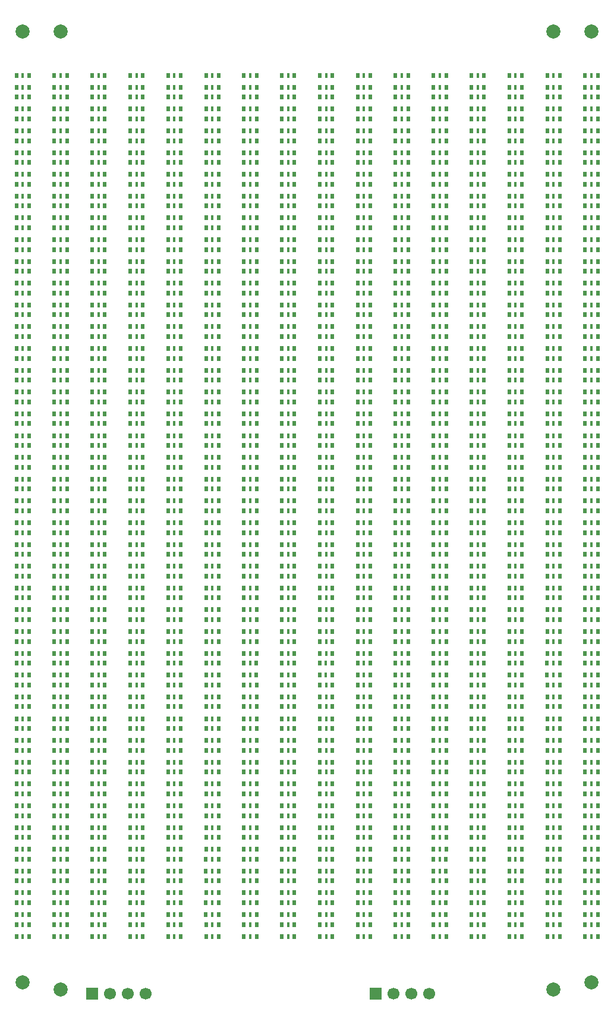
<source format=gbr>
%TF.GenerationSoftware,KiCad,Pcbnew,9.0.3*%
%TF.CreationDate,2025-08-08T13:41:27-04:00*%
%TF.ProjectId,flowstick_led_strip_panel_6p,666c6f77-7374-4696-936b-5f6c65645f73,rev?*%
%TF.SameCoordinates,Original*%
%TF.FileFunction,Soldermask,Top*%
%TF.FilePolarity,Negative*%
%FSLAX46Y46*%
G04 Gerber Fmt 4.6, Leading zero omitted, Abs format (unit mm)*
G04 Created by KiCad (PCBNEW 9.0.3) date 2025-08-08 13:41:27*
%MOMM*%
%LPD*%
G01*
G04 APERTURE LIST*
%ADD10R,0.500000X0.800000*%
%ADD11R,0.300000X0.800000*%
%ADD12C,2.000000*%
%ADD13R,1.700000X1.700000*%
%ADD14C,1.700000*%
G04 APERTURE END LIST*
D10*
%TO.C,D78*%
X80600000Y-35450000D03*
D11*
X79700000Y-35450000D03*
D10*
X78800000Y-35450000D03*
X78800000Y-37150000D03*
D11*
X79700000Y-37150000D03*
D10*
X80600000Y-37150000D03*
%TD*%
%TO.C,D70*%
X113000000Y-60250000D03*
D11*
X112100000Y-60250000D03*
D10*
X111200000Y-60250000D03*
X111200000Y-61950000D03*
D11*
X112100000Y-61950000D03*
D10*
X113000000Y-61950000D03*
%TD*%
%TO.C,D21*%
X129200000Y-88150000D03*
D11*
X128300000Y-88150000D03*
D10*
X127400000Y-88150000D03*
X127400000Y-89850000D03*
D11*
X128300000Y-89850000D03*
D10*
X129200000Y-89850000D03*
%TD*%
%TO.C,D72*%
X91400000Y-54050000D03*
D11*
X90500000Y-54050000D03*
D10*
X89600000Y-54050000D03*
X89600000Y-55750000D03*
D11*
X90500000Y-55750000D03*
D10*
X91400000Y-55750000D03*
%TD*%
%TO.C,D40*%
X75200000Y-29250000D03*
D11*
X74300000Y-29250000D03*
D10*
X73400000Y-29250000D03*
X73400000Y-30950000D03*
D11*
X74300000Y-30950000D03*
D10*
X75200000Y-30950000D03*
%TD*%
%TO.C,D77*%
X123800000Y-38550000D03*
D11*
X122900000Y-38550000D03*
D10*
X122000000Y-38550000D03*
X122000000Y-40250000D03*
D11*
X122900000Y-40250000D03*
D10*
X123800000Y-40250000D03*
%TD*%
%TO.C,D26*%
X64400000Y-72650000D03*
D11*
X63500000Y-72650000D03*
D10*
X62600000Y-72650000D03*
X62600000Y-74350000D03*
D11*
X63500000Y-74350000D03*
D10*
X64400000Y-74350000D03*
%TD*%
%TO.C,D6*%
X86000000Y-134650000D03*
D11*
X85100000Y-134650000D03*
D10*
X84200000Y-134650000D03*
X84200000Y-136350000D03*
D11*
X85100000Y-136350000D03*
D10*
X86000000Y-136350000D03*
%TD*%
%TO.C,D79*%
X123800000Y-32350000D03*
D11*
X122900000Y-32350000D03*
D10*
X122000000Y-32350000D03*
X122000000Y-34050000D03*
D11*
X122900000Y-34050000D03*
D10*
X123800000Y-34050000D03*
%TD*%
%TO.C,D44*%
X134590000Y-140850000D03*
D11*
X133690000Y-140850000D03*
D10*
X132790000Y-140850000D03*
X132790000Y-142550000D03*
D11*
X133690000Y-142550000D03*
D10*
X134590000Y-142550000D03*
%TD*%
%TO.C,D62*%
X113000000Y-85050000D03*
D11*
X112100000Y-85050000D03*
D10*
X111200000Y-85050000D03*
X111200000Y-86750000D03*
D11*
X112100000Y-86750000D03*
D10*
X113000000Y-86750000D03*
%TD*%
%TO.C,D17*%
X75200000Y-100550000D03*
D11*
X74300000Y-100550000D03*
D10*
X73400000Y-100550000D03*
X73400000Y-102250000D03*
D11*
X74300000Y-102250000D03*
D10*
X75200000Y-102250000D03*
%TD*%
%TO.C,D68*%
X80600000Y-66450000D03*
D11*
X79700000Y-66450000D03*
D10*
X78800000Y-66450000D03*
X78800000Y-68150000D03*
D11*
X79700000Y-68150000D03*
D10*
X80600000Y-68150000D03*
%TD*%
%TO.C,D10*%
X118400000Y-122250000D03*
D11*
X117500000Y-122250000D03*
D10*
X116600000Y-122250000D03*
X116600000Y-123950000D03*
D11*
X117500000Y-123950000D03*
D10*
X118400000Y-123950000D03*
%TD*%
%TO.C,D23*%
X118400000Y-81950000D03*
D11*
X117500000Y-81950000D03*
D10*
X116600000Y-81950000D03*
X116600000Y-83650000D03*
D11*
X117500000Y-83650000D03*
D10*
X118400000Y-83650000D03*
%TD*%
%TO.C,D9*%
X75200000Y-125350000D03*
D11*
X74300000Y-125350000D03*
D10*
X73400000Y-125350000D03*
X73400000Y-127050000D03*
D11*
X74300000Y-127050000D03*
D10*
X75200000Y-127050000D03*
%TD*%
%TO.C,D28*%
X96800000Y-66450000D03*
D11*
X95900000Y-66450000D03*
D10*
X95000000Y-66450000D03*
X95000000Y-68150000D03*
D11*
X95900000Y-68150000D03*
D10*
X96800000Y-68150000D03*
%TD*%
%TO.C,D55*%
X80600000Y-106750000D03*
D11*
X79700000Y-106750000D03*
D10*
X78800000Y-106750000D03*
X78800000Y-108450000D03*
D11*
X79700000Y-108450000D03*
D10*
X80600000Y-108450000D03*
%TD*%
%TO.C,D51*%
X113000000Y-119150000D03*
D11*
X112100000Y-119150000D03*
D10*
X111200000Y-119150000D03*
X111200000Y-120850000D03*
D11*
X112100000Y-120850000D03*
D10*
X113000000Y-120850000D03*
%TD*%
%TO.C,D24*%
X75200000Y-78850000D03*
D11*
X74300000Y-78850000D03*
D10*
X73400000Y-78850000D03*
X73400000Y-80550000D03*
D11*
X74300000Y-80550000D03*
D10*
X75200000Y-80550000D03*
%TD*%
D12*
%TO.C,REF\u002A\u002A*%
X52700000Y-23000000D03*
%TD*%
D10*
%TO.C,D62*%
X134600000Y-85050000D03*
D11*
X133700000Y-85050000D03*
D10*
X132800000Y-85050000D03*
X132800000Y-86750000D03*
D11*
X133700000Y-86750000D03*
D10*
X134600000Y-86750000D03*
%TD*%
%TO.C,D10*%
X75200000Y-122250000D03*
D11*
X74300000Y-122250000D03*
D10*
X73400000Y-122250000D03*
X73400000Y-123950000D03*
D11*
X74300000Y-123950000D03*
D10*
X75200000Y-123950000D03*
%TD*%
%TO.C,D60*%
X134600000Y-91250000D03*
D11*
X133700000Y-91250000D03*
D10*
X132800000Y-91250000D03*
X132800000Y-92950000D03*
D11*
X133700000Y-92950000D03*
D10*
X134600000Y-92950000D03*
%TD*%
%TO.C,D47*%
X102200000Y-131550000D03*
D11*
X101300000Y-131550000D03*
D10*
X100400000Y-131550000D03*
X100400000Y-133250000D03*
D11*
X101300000Y-133250000D03*
D10*
X102200000Y-133250000D03*
%TD*%
%TO.C,D32*%
X53600000Y-54050000D03*
D11*
X52700000Y-54050000D03*
D10*
X51800000Y-54050000D03*
X51800000Y-55750000D03*
D11*
X52700000Y-55750000D03*
D10*
X53600000Y-55750000D03*
%TD*%
%TO.C,D52*%
X113000000Y-116050000D03*
D11*
X112100000Y-116050000D03*
D10*
X111200000Y-116050000D03*
X111200000Y-117750000D03*
D11*
X112100000Y-117750000D03*
D10*
X113000000Y-117750000D03*
%TD*%
%TO.C,D59*%
X69800000Y-94350000D03*
D11*
X68900000Y-94350000D03*
D10*
X68000000Y-94350000D03*
X68000000Y-96050000D03*
D11*
X68900000Y-96050000D03*
D10*
X69800000Y-96050000D03*
%TD*%
%TO.C,D31*%
X86000000Y-57150000D03*
D11*
X85100000Y-57150000D03*
D10*
X84200000Y-57150000D03*
X84200000Y-58850000D03*
D11*
X85100000Y-58850000D03*
D10*
X86000000Y-58850000D03*
%TD*%
%TO.C,D19*%
X53600000Y-94350000D03*
D11*
X52700000Y-94350000D03*
D10*
X51800000Y-94350000D03*
X51800000Y-96050000D03*
D11*
X52700000Y-96050000D03*
D10*
X53600000Y-96050000D03*
%TD*%
%TO.C,D25*%
X86000000Y-75750000D03*
D11*
X85100000Y-75750000D03*
D10*
X84200000Y-75750000D03*
X84200000Y-77450000D03*
D11*
X85100000Y-77450000D03*
D10*
X86000000Y-77450000D03*
%TD*%
%TO.C,D65*%
X113000000Y-75750000D03*
D11*
X112100000Y-75750000D03*
D10*
X111200000Y-75750000D03*
X111200000Y-77450000D03*
D11*
X112100000Y-77450000D03*
D10*
X113000000Y-77450000D03*
%TD*%
%TO.C,D30*%
X96800000Y-60250000D03*
D11*
X95900000Y-60250000D03*
D10*
X95000000Y-60250000D03*
X95000000Y-61950000D03*
D11*
X95900000Y-61950000D03*
D10*
X96800000Y-61950000D03*
%TD*%
%TO.C,D37*%
X86000000Y-38550000D03*
D11*
X85100000Y-38550000D03*
D10*
X84200000Y-38550000D03*
X84200000Y-40250000D03*
D11*
X85100000Y-40250000D03*
D10*
X86000000Y-40250000D03*
%TD*%
%TO.C,D35*%
X118400000Y-44750000D03*
D11*
X117500000Y-44750000D03*
D10*
X116600000Y-44750000D03*
X116600000Y-46450000D03*
D11*
X117500000Y-46450000D03*
D10*
X118400000Y-46450000D03*
%TD*%
%TO.C,D44*%
X91390000Y-140850000D03*
D11*
X90490000Y-140850000D03*
D10*
X89590000Y-140850000D03*
X89590000Y-142550000D03*
D11*
X90490000Y-142550000D03*
D10*
X91390000Y-142550000D03*
%TD*%
%TO.C,D57*%
X113000000Y-100550000D03*
D11*
X112100000Y-100550000D03*
D10*
X111200000Y-100550000D03*
X111200000Y-102250000D03*
D11*
X112100000Y-102250000D03*
D10*
X113000000Y-102250000D03*
%TD*%
%TO.C,D26*%
X107600000Y-72650000D03*
D11*
X106700000Y-72650000D03*
D10*
X105800000Y-72650000D03*
X105800000Y-74350000D03*
D11*
X106700000Y-74350000D03*
D10*
X107600000Y-74350000D03*
%TD*%
%TO.C,D34*%
X53600000Y-47850000D03*
D11*
X52700000Y-47850000D03*
D10*
X51800000Y-47850000D03*
X51800000Y-49550000D03*
D11*
X52700000Y-49550000D03*
D10*
X53600000Y-49550000D03*
%TD*%
%TO.C,D80*%
X59000000Y-29250000D03*
D11*
X58100000Y-29250000D03*
D10*
X57200000Y-29250000D03*
X57200000Y-30950000D03*
D11*
X58100000Y-30950000D03*
D10*
X59000000Y-30950000D03*
%TD*%
%TO.C,D14*%
X96800000Y-109850000D03*
D11*
X95900000Y-109850000D03*
D10*
X95000000Y-109850000D03*
X95000000Y-111550000D03*
D11*
X95900000Y-111550000D03*
D10*
X96800000Y-111550000D03*
%TD*%
%TO.C,D63*%
X59000000Y-81950000D03*
D11*
X58100000Y-81950000D03*
D10*
X57200000Y-81950000D03*
X57200000Y-83650000D03*
D11*
X58100000Y-83650000D03*
D10*
X59000000Y-83650000D03*
%TD*%
%TO.C,D80*%
X80600000Y-29250000D03*
D11*
X79700000Y-29250000D03*
D10*
X78800000Y-29250000D03*
X78800000Y-30950000D03*
D11*
X79700000Y-30950000D03*
D10*
X80600000Y-30950000D03*
%TD*%
%TO.C,D31*%
X107600000Y-57150000D03*
D11*
X106700000Y-57150000D03*
D10*
X105800000Y-57150000D03*
X105800000Y-58850000D03*
D11*
X106700000Y-58850000D03*
D10*
X107600000Y-58850000D03*
%TD*%
%TO.C,D65*%
X80600000Y-75750000D03*
D11*
X79700000Y-75750000D03*
D10*
X78800000Y-75750000D03*
X78800000Y-77450000D03*
D11*
X79700000Y-77450000D03*
D10*
X80600000Y-77450000D03*
%TD*%
%TO.C,D45*%
X59000000Y-137750000D03*
D11*
X58100000Y-137750000D03*
D10*
X57200000Y-137750000D03*
X57200000Y-139450000D03*
D11*
X58100000Y-139450000D03*
D10*
X59000000Y-139450000D03*
%TD*%
D12*
%TO.C,REF\u002A\u002A*%
X58100000Y-23000000D03*
%TD*%
D10*
%TO.C,D37*%
X64400000Y-38550000D03*
D11*
X63500000Y-38550000D03*
D10*
X62600000Y-38550000D03*
X62600000Y-40250000D03*
D11*
X63500000Y-40250000D03*
D10*
X64400000Y-40250000D03*
%TD*%
%TO.C,D62*%
X80600000Y-85050000D03*
D11*
X79700000Y-85050000D03*
D10*
X78800000Y-85050000D03*
X78800000Y-86750000D03*
D11*
X79700000Y-86750000D03*
D10*
X80600000Y-86750000D03*
%TD*%
%TO.C,D29*%
X118400000Y-63350000D03*
D11*
X117500000Y-63350000D03*
D10*
X116600000Y-63350000D03*
X116600000Y-65050000D03*
D11*
X117500000Y-65050000D03*
D10*
X118400000Y-65050000D03*
%TD*%
%TO.C,D31*%
X53600000Y-57150000D03*
D11*
X52700000Y-57150000D03*
D10*
X51800000Y-57150000D03*
X51800000Y-58850000D03*
D11*
X52700000Y-58850000D03*
D10*
X53600000Y-58850000D03*
%TD*%
%TO.C,D42*%
X58990000Y-147050000D03*
D11*
X58090000Y-147050000D03*
D10*
X57190000Y-147050000D03*
X57190000Y-148750000D03*
D11*
X58090000Y-148750000D03*
D10*
X58990000Y-148750000D03*
%TD*%
%TO.C,D66*%
X113000000Y-72650000D03*
D11*
X112100000Y-72650000D03*
D10*
X111200000Y-72650000D03*
X111200000Y-74350000D03*
D11*
X112100000Y-74350000D03*
D10*
X113000000Y-74350000D03*
%TD*%
%TO.C,D25*%
X53600000Y-75750000D03*
D11*
X52700000Y-75750000D03*
D10*
X51800000Y-75750000D03*
X51800000Y-77450000D03*
D11*
X52700000Y-77450000D03*
D10*
X53600000Y-77450000D03*
%TD*%
%TO.C,D24*%
X129200000Y-78850000D03*
D11*
X128300000Y-78850000D03*
D10*
X127400000Y-78850000D03*
X127400000Y-80550000D03*
D11*
X128300000Y-80550000D03*
D10*
X129200000Y-80550000D03*
%TD*%
%TO.C,D80*%
X102200000Y-29250000D03*
D11*
X101300000Y-29250000D03*
D10*
X100400000Y-29250000D03*
X100400000Y-30950000D03*
D11*
X101300000Y-30950000D03*
D10*
X102200000Y-30950000D03*
%TD*%
%TO.C,D5*%
X86000000Y-137750000D03*
D11*
X85100000Y-137750000D03*
D10*
X84200000Y-137750000D03*
X84200000Y-139450000D03*
D11*
X85100000Y-139450000D03*
D10*
X86000000Y-139450000D03*
%TD*%
%TO.C,D53*%
X69800000Y-112950000D03*
D11*
X68900000Y-112950000D03*
D10*
X68000000Y-112950000D03*
X68000000Y-114650000D03*
D11*
X68900000Y-114650000D03*
D10*
X69800000Y-114650000D03*
%TD*%
%TO.C,D19*%
X96800000Y-94350000D03*
D11*
X95900000Y-94350000D03*
D10*
X95000000Y-94350000D03*
X95000000Y-96050000D03*
D11*
X95900000Y-96050000D03*
D10*
X96800000Y-96050000D03*
%TD*%
%TO.C,D38*%
X86000000Y-35450000D03*
D11*
X85100000Y-35450000D03*
D10*
X84200000Y-35450000D03*
X84200000Y-37150000D03*
D11*
X85100000Y-37150000D03*
D10*
X86000000Y-37150000D03*
%TD*%
%TO.C,D34*%
X64400000Y-47850000D03*
D11*
X63500000Y-47850000D03*
D10*
X62600000Y-47850000D03*
X62600000Y-49550000D03*
D11*
X63500000Y-49550000D03*
D10*
X64400000Y-49550000D03*
%TD*%
%TO.C,D65*%
X134600000Y-75750000D03*
D11*
X133700000Y-75750000D03*
D10*
X132800000Y-75750000D03*
X132800000Y-77450000D03*
D11*
X133700000Y-77450000D03*
D10*
X134600000Y-77450000D03*
%TD*%
%TO.C,D39*%
X129200000Y-32350000D03*
D11*
X128300000Y-32350000D03*
D10*
X127400000Y-32350000D03*
X127400000Y-34050000D03*
D11*
X128300000Y-34050000D03*
D10*
X129200000Y-34050000D03*
%TD*%
%TO.C,D64*%
X123800000Y-78850000D03*
D11*
X122900000Y-78850000D03*
D10*
X122000000Y-78850000D03*
X122000000Y-80550000D03*
D11*
X122900000Y-80550000D03*
D10*
X123800000Y-80550000D03*
%TD*%
%TO.C,D66*%
X80600000Y-72650000D03*
D11*
X79700000Y-72650000D03*
D10*
X78800000Y-72650000D03*
X78800000Y-74350000D03*
D11*
X79700000Y-74350000D03*
D10*
X80600000Y-74350000D03*
%TD*%
%TO.C,D26*%
X118400000Y-72650000D03*
D11*
X117500000Y-72650000D03*
D10*
X116600000Y-72650000D03*
X116600000Y-74350000D03*
D11*
X117500000Y-74350000D03*
D10*
X118400000Y-74350000D03*
%TD*%
%TO.C,D7*%
X64400000Y-131550000D03*
D11*
X63500000Y-131550000D03*
D10*
X62600000Y-131550000D03*
X62600000Y-133250000D03*
D11*
X63500000Y-133250000D03*
D10*
X64400000Y-133250000D03*
%TD*%
%TO.C,D72*%
X102200000Y-54050000D03*
D11*
X101300000Y-54050000D03*
D10*
X100400000Y-54050000D03*
X100400000Y-55750000D03*
D11*
X101300000Y-55750000D03*
D10*
X102200000Y-55750000D03*
%TD*%
%TO.C,D35*%
X129200000Y-44750000D03*
D11*
X128300000Y-44750000D03*
D10*
X127400000Y-44750000D03*
X127400000Y-46450000D03*
D11*
X128300000Y-46450000D03*
D10*
X129200000Y-46450000D03*
%TD*%
%TO.C,D21*%
X118400000Y-88150000D03*
D11*
X117500000Y-88150000D03*
D10*
X116600000Y-88150000D03*
X116600000Y-89850000D03*
D11*
X117500000Y-89850000D03*
D10*
X118400000Y-89850000D03*
%TD*%
%TO.C,D26*%
X75200000Y-72650000D03*
D11*
X74300000Y-72650000D03*
D10*
X73400000Y-72650000D03*
X73400000Y-74350000D03*
D11*
X74300000Y-74350000D03*
D10*
X75200000Y-74350000D03*
%TD*%
%TO.C,D4*%
X75200000Y-140850000D03*
D11*
X74300000Y-140850000D03*
D10*
X73400000Y-140850000D03*
X73400000Y-142550000D03*
D11*
X74300000Y-142550000D03*
D10*
X75200000Y-142550000D03*
%TD*%
%TO.C,D54*%
X123800000Y-109850000D03*
D11*
X122900000Y-109850000D03*
D10*
X122000000Y-109850000D03*
X122000000Y-111550000D03*
D11*
X122900000Y-111550000D03*
D10*
X123800000Y-111550000D03*
%TD*%
%TO.C,D55*%
X91400000Y-106750000D03*
D11*
X90500000Y-106750000D03*
D10*
X89600000Y-106750000D03*
X89600000Y-108450000D03*
D11*
X90500000Y-108450000D03*
D10*
X91400000Y-108450000D03*
%TD*%
%TO.C,D42*%
X80590000Y-147050000D03*
D11*
X79690000Y-147050000D03*
D10*
X78790000Y-147050000D03*
X78790000Y-148750000D03*
D11*
X79690000Y-148750000D03*
D10*
X80590000Y-148750000D03*
%TD*%
%TO.C,D63*%
X113000000Y-81950000D03*
D11*
X112100000Y-81950000D03*
D10*
X111200000Y-81950000D03*
X111200000Y-83650000D03*
D11*
X112100000Y-83650000D03*
D10*
X113000000Y-83650000D03*
%TD*%
D12*
%TO.C,REF\u002A\u002A*%
X128300000Y-23000000D03*
%TD*%
D10*
%TO.C,D13*%
X96790000Y-112950000D03*
D11*
X95890000Y-112950000D03*
D10*
X94990000Y-112950000D03*
X94990000Y-114650000D03*
D11*
X95890000Y-114650000D03*
D10*
X96790000Y-114650000D03*
%TD*%
%TO.C,D18*%
X96800000Y-97450000D03*
D11*
X95900000Y-97450000D03*
D10*
X95000000Y-97450000D03*
X95000000Y-99150000D03*
D11*
X95900000Y-99150000D03*
D10*
X96800000Y-99150000D03*
%TD*%
%TO.C,D63*%
X123800000Y-81950000D03*
D11*
X122900000Y-81950000D03*
D10*
X122000000Y-81950000D03*
X122000000Y-83650000D03*
D11*
X122900000Y-83650000D03*
D10*
X123800000Y-83650000D03*
%TD*%
%TO.C,D51*%
X102200000Y-119150000D03*
D11*
X101300000Y-119150000D03*
D10*
X100400000Y-119150000D03*
X100400000Y-120850000D03*
D11*
X101300000Y-120850000D03*
D10*
X102200000Y-120850000D03*
%TD*%
%TO.C,D6*%
X53600000Y-134650000D03*
D11*
X52700000Y-134650000D03*
D10*
X51800000Y-134650000D03*
X51800000Y-136350000D03*
D11*
X52700000Y-136350000D03*
D10*
X53600000Y-136350000D03*
%TD*%
%TO.C,D41*%
X102200000Y-150150000D03*
D11*
X101300000Y-150150000D03*
D10*
X100400000Y-150150000D03*
X100400000Y-151850000D03*
D11*
X101300000Y-151850000D03*
D10*
X102200000Y-151850000D03*
%TD*%
%TO.C,D20*%
X96800000Y-91250000D03*
D11*
X95900000Y-91250000D03*
D10*
X95000000Y-91250000D03*
X95000000Y-92950000D03*
D11*
X95900000Y-92950000D03*
D10*
X96800000Y-92950000D03*
%TD*%
%TO.C,D74*%
X59000000Y-47850000D03*
D11*
X58100000Y-47850000D03*
D10*
X57200000Y-47850000D03*
X57200000Y-49550000D03*
D11*
X58100000Y-49550000D03*
D10*
X59000000Y-49550000D03*
%TD*%
%TO.C,D2*%
X129200000Y-147050000D03*
D11*
X128300000Y-147050000D03*
D10*
X127400000Y-147050000D03*
X127400000Y-148750000D03*
D11*
X128300000Y-148750000D03*
D10*
X129200000Y-148750000D03*
%TD*%
%TO.C,D75*%
X134600000Y-44750000D03*
D11*
X133700000Y-44750000D03*
D10*
X132800000Y-44750000D03*
X132800000Y-46450000D03*
D11*
X133700000Y-46450000D03*
D10*
X134600000Y-46450000D03*
%TD*%
%TO.C,D9*%
X53600000Y-125350000D03*
D11*
X52700000Y-125350000D03*
D10*
X51800000Y-125350000D03*
X51800000Y-127050000D03*
D11*
X52700000Y-127050000D03*
D10*
X53600000Y-127050000D03*
%TD*%
%TO.C,D33*%
X53600000Y-50950000D03*
D11*
X52700000Y-50950000D03*
D10*
X51800000Y-50950000D03*
X51800000Y-52650000D03*
D11*
X52700000Y-52650000D03*
D10*
X53600000Y-52650000D03*
%TD*%
%TO.C,D75*%
X113000000Y-44750000D03*
D11*
X112100000Y-44750000D03*
D10*
X111200000Y-44750000D03*
X111200000Y-46450000D03*
D11*
X112100000Y-46450000D03*
D10*
X113000000Y-46450000D03*
%TD*%
%TO.C,D44*%
X58990000Y-140850000D03*
D11*
X58090000Y-140850000D03*
D10*
X57190000Y-140850000D03*
X57190000Y-142550000D03*
D11*
X58090000Y-142550000D03*
D10*
X58990000Y-142550000D03*
%TD*%
%TO.C,D56*%
X102200000Y-103650000D03*
D11*
X101300000Y-103650000D03*
D10*
X100400000Y-103650000D03*
X100400000Y-105350000D03*
D11*
X101300000Y-105350000D03*
D10*
X102200000Y-105350000D03*
%TD*%
%TO.C,D62*%
X123800000Y-85050000D03*
D11*
X122900000Y-85050000D03*
D10*
X122000000Y-85050000D03*
X122000000Y-86750000D03*
D11*
X122900000Y-86750000D03*
D10*
X123800000Y-86750000D03*
%TD*%
%TO.C,D48*%
X69800000Y-128450000D03*
D11*
X68900000Y-128450000D03*
D10*
X68000000Y-128450000D03*
X68000000Y-130150000D03*
D11*
X68900000Y-130150000D03*
D10*
X69800000Y-130150000D03*
%TD*%
%TO.C,D8*%
X86000000Y-128450000D03*
D11*
X85100000Y-128450000D03*
D10*
X84200000Y-128450000D03*
X84200000Y-130150000D03*
D11*
X85100000Y-130150000D03*
D10*
X86000000Y-130150000D03*
%TD*%
%TO.C,D13*%
X64390000Y-112950000D03*
D11*
X63490000Y-112950000D03*
D10*
X62590000Y-112950000D03*
X62590000Y-114650000D03*
D11*
X63490000Y-114650000D03*
D10*
X64390000Y-114650000D03*
%TD*%
%TO.C,D22*%
X118400000Y-85050000D03*
D11*
X117500000Y-85050000D03*
D10*
X116600000Y-85050000D03*
X116600000Y-86750000D03*
D11*
X117500000Y-86750000D03*
D10*
X118400000Y-86750000D03*
%TD*%
%TO.C,D43*%
X134600000Y-143950000D03*
D11*
X133700000Y-143950000D03*
D10*
X132800000Y-143950000D03*
X132800000Y-145650000D03*
D11*
X133700000Y-145650000D03*
D10*
X134600000Y-145650000D03*
%TD*%
%TO.C,D16*%
X53600000Y-103650000D03*
D11*
X52700000Y-103650000D03*
D10*
X51800000Y-103650000D03*
X51800000Y-105350000D03*
D11*
X52700000Y-105350000D03*
D10*
X53600000Y-105350000D03*
%TD*%
%TO.C,D20*%
X86000000Y-91250000D03*
D11*
X85100000Y-91250000D03*
D10*
X84200000Y-91250000D03*
X84200000Y-92950000D03*
D11*
X85100000Y-92950000D03*
D10*
X86000000Y-92950000D03*
%TD*%
%TO.C,D18*%
X86000000Y-97450000D03*
D11*
X85100000Y-97450000D03*
D10*
X84200000Y-97450000D03*
X84200000Y-99150000D03*
D11*
X85100000Y-99150000D03*
D10*
X86000000Y-99150000D03*
%TD*%
%TO.C,D38*%
X107600000Y-35450000D03*
D11*
X106700000Y-35450000D03*
D10*
X105800000Y-35450000D03*
X105800000Y-37150000D03*
D11*
X106700000Y-37150000D03*
D10*
X107600000Y-37150000D03*
%TD*%
%TO.C,D43*%
X123800000Y-143950000D03*
D11*
X122900000Y-143950000D03*
D10*
X122000000Y-143950000D03*
X122000000Y-145650000D03*
D11*
X122900000Y-145650000D03*
D10*
X123800000Y-145650000D03*
%TD*%
%TO.C,D60*%
X113000000Y-91250000D03*
D11*
X112100000Y-91250000D03*
D10*
X111200000Y-91250000D03*
X111200000Y-92950000D03*
D11*
X112100000Y-92950000D03*
D10*
X113000000Y-92950000D03*
%TD*%
%TO.C,D44*%
X123790000Y-140850000D03*
D11*
X122890000Y-140850000D03*
D10*
X121990000Y-140850000D03*
X121990000Y-142550000D03*
D11*
X122890000Y-142550000D03*
D10*
X123790000Y-142550000D03*
%TD*%
%TO.C,D71*%
X123800000Y-57150000D03*
D11*
X122900000Y-57150000D03*
D10*
X122000000Y-57150000D03*
X122000000Y-58850000D03*
D11*
X122900000Y-58850000D03*
D10*
X123800000Y-58850000D03*
%TD*%
%TO.C,D61*%
X59000000Y-88150000D03*
D11*
X58100000Y-88150000D03*
D10*
X57200000Y-88150000D03*
X57200000Y-89850000D03*
D11*
X58100000Y-89850000D03*
D10*
X59000000Y-89850000D03*
%TD*%
%TO.C,D32*%
X96800000Y-54050000D03*
D11*
X95900000Y-54050000D03*
D10*
X95000000Y-54050000D03*
X95000000Y-55750000D03*
D11*
X95900000Y-55750000D03*
D10*
X96800000Y-55750000D03*
%TD*%
%TO.C,D55*%
X113000000Y-106750000D03*
D11*
X112100000Y-106750000D03*
D10*
X111200000Y-106750000D03*
X111200000Y-108450000D03*
D11*
X112100000Y-108450000D03*
D10*
X113000000Y-108450000D03*
%TD*%
%TO.C,D30*%
X129200000Y-60250000D03*
D11*
X128300000Y-60250000D03*
D10*
X127400000Y-60250000D03*
X127400000Y-61950000D03*
D11*
X128300000Y-61950000D03*
D10*
X129200000Y-61950000D03*
%TD*%
%TO.C,D36*%
X118400000Y-41650000D03*
D11*
X117500000Y-41650000D03*
D10*
X116600000Y-41650000D03*
X116600000Y-43350000D03*
D11*
X117500000Y-43350000D03*
D10*
X118400000Y-43350000D03*
%TD*%
%TO.C,D41*%
X91400000Y-150150000D03*
D11*
X90500000Y-150150000D03*
D10*
X89600000Y-150150000D03*
X89600000Y-151850000D03*
D11*
X90500000Y-151850000D03*
D10*
X91400000Y-151850000D03*
%TD*%
%TO.C,D3*%
X64400000Y-143950000D03*
D11*
X63500000Y-143950000D03*
D10*
X62600000Y-143950000D03*
X62600000Y-145650000D03*
D11*
X63500000Y-145650000D03*
D10*
X64400000Y-145650000D03*
%TD*%
%TO.C,D68*%
X59000000Y-66450000D03*
D11*
X58100000Y-66450000D03*
D10*
X57200000Y-66450000D03*
X57200000Y-68150000D03*
D11*
X58100000Y-68150000D03*
D10*
X59000000Y-68150000D03*
%TD*%
%TO.C,D80*%
X91400000Y-29250000D03*
D11*
X90500000Y-29250000D03*
D10*
X89600000Y-29250000D03*
X89600000Y-30950000D03*
D11*
X90500000Y-30950000D03*
D10*
X91400000Y-30950000D03*
%TD*%
%TO.C,D45*%
X80600000Y-137750000D03*
D11*
X79700000Y-137750000D03*
D10*
X78800000Y-137750000D03*
X78800000Y-139450000D03*
D11*
X79700000Y-139450000D03*
D10*
X80600000Y-139450000D03*
%TD*%
%TO.C,D40*%
X129200000Y-29250000D03*
D11*
X128300000Y-29250000D03*
D10*
X127400000Y-29250000D03*
X127400000Y-30950000D03*
D11*
X128300000Y-30950000D03*
D10*
X129200000Y-30950000D03*
%TD*%
%TO.C,D76*%
X102200000Y-41650000D03*
D11*
X101300000Y-41650000D03*
D10*
X100400000Y-41650000D03*
X100400000Y-43350000D03*
D11*
X101300000Y-43350000D03*
D10*
X102200000Y-43350000D03*
%TD*%
%TO.C,D36*%
X53600000Y-41650000D03*
D11*
X52700000Y-41650000D03*
D10*
X51800000Y-41650000D03*
X51800000Y-43350000D03*
D11*
X52700000Y-43350000D03*
D10*
X53600000Y-43350000D03*
%TD*%
%TO.C,D32*%
X86000000Y-54050000D03*
D11*
X85100000Y-54050000D03*
D10*
X84200000Y-54050000D03*
X84200000Y-55750000D03*
D11*
X85100000Y-55750000D03*
D10*
X86000000Y-55750000D03*
%TD*%
%TO.C,D76*%
X80600000Y-41650000D03*
D11*
X79700000Y-41650000D03*
D10*
X78800000Y-41650000D03*
X78800000Y-43350000D03*
D11*
X79700000Y-43350000D03*
D10*
X80600000Y-43350000D03*
%TD*%
%TO.C,D68*%
X69800000Y-66450000D03*
D11*
X68900000Y-66450000D03*
D10*
X68000000Y-66450000D03*
X68000000Y-68150000D03*
D11*
X68900000Y-68150000D03*
D10*
X69800000Y-68150000D03*
%TD*%
%TO.C,D64*%
X80600000Y-78850000D03*
D11*
X79700000Y-78850000D03*
D10*
X78800000Y-78850000D03*
X78800000Y-80550000D03*
D11*
X79700000Y-80550000D03*
D10*
X80600000Y-80550000D03*
%TD*%
%TO.C,D56*%
X59000000Y-103650000D03*
D11*
X58100000Y-103650000D03*
D10*
X57200000Y-103650000D03*
X57200000Y-105350000D03*
D11*
X58100000Y-105350000D03*
D10*
X59000000Y-105350000D03*
%TD*%
D12*
%TO.C,REF\u002A\u002A*%
X133700000Y-23000000D03*
%TD*%
D10*
%TO.C,D76*%
X59000000Y-41650000D03*
D11*
X58100000Y-41650000D03*
D10*
X57200000Y-41650000D03*
X57200000Y-43350000D03*
D11*
X58100000Y-43350000D03*
D10*
X59000000Y-43350000D03*
%TD*%
%TO.C,D18*%
X107600000Y-97450000D03*
D11*
X106700000Y-97450000D03*
D10*
X105800000Y-97450000D03*
X105800000Y-99150000D03*
D11*
X106700000Y-99150000D03*
D10*
X107600000Y-99150000D03*
%TD*%
%TO.C,D78*%
X91400000Y-35450000D03*
D11*
X90500000Y-35450000D03*
D10*
X89600000Y-35450000D03*
X89600000Y-37150000D03*
D11*
X90500000Y-37150000D03*
D10*
X91400000Y-37150000D03*
%TD*%
%TO.C,D53*%
X91400000Y-112950000D03*
D11*
X90500000Y-112950000D03*
D10*
X89600000Y-112950000D03*
X89600000Y-114650000D03*
D11*
X90500000Y-114650000D03*
D10*
X91400000Y-114650000D03*
%TD*%
%TO.C,D20*%
X53600000Y-91250000D03*
D11*
X52700000Y-91250000D03*
D10*
X51800000Y-91250000D03*
X51800000Y-92950000D03*
D11*
X52700000Y-92950000D03*
D10*
X53600000Y-92950000D03*
%TD*%
%TO.C,D80*%
X69800000Y-29250000D03*
D11*
X68900000Y-29250000D03*
D10*
X68000000Y-29250000D03*
X68000000Y-30950000D03*
D11*
X68900000Y-30950000D03*
D10*
X69800000Y-30950000D03*
%TD*%
%TO.C,D65*%
X69800000Y-75750000D03*
D11*
X68900000Y-75750000D03*
D10*
X68000000Y-75750000D03*
X68000000Y-77450000D03*
D11*
X68900000Y-77450000D03*
D10*
X69800000Y-77450000D03*
%TD*%
%TO.C,D44*%
X102190000Y-140850000D03*
D11*
X101290000Y-140850000D03*
D10*
X100390000Y-140850000D03*
X100390000Y-142550000D03*
D11*
X101290000Y-142550000D03*
D10*
X102190000Y-142550000D03*
%TD*%
%TO.C,D48*%
X91400000Y-128450000D03*
D11*
X90500000Y-128450000D03*
D10*
X89600000Y-128450000D03*
X89600000Y-130150000D03*
D11*
X90500000Y-130150000D03*
D10*
X91400000Y-130150000D03*
%TD*%
%TO.C,D1*%
X64400000Y-150150000D03*
D11*
X63500000Y-150150000D03*
D10*
X62600000Y-150150000D03*
X62600000Y-151850000D03*
D11*
X63500000Y-151850000D03*
D10*
X64400000Y-151850000D03*
%TD*%
%TO.C,D52*%
X123800000Y-116050000D03*
D11*
X122900000Y-116050000D03*
D10*
X122000000Y-116050000D03*
X122000000Y-117750000D03*
D11*
X122900000Y-117750000D03*
D10*
X123800000Y-117750000D03*
%TD*%
%TO.C,D13*%
X85990000Y-112950000D03*
D11*
X85090000Y-112950000D03*
D10*
X84190000Y-112950000D03*
X84190000Y-114650000D03*
D11*
X85090000Y-114650000D03*
D10*
X85990000Y-114650000D03*
%TD*%
%TO.C,D37*%
X118400000Y-38550000D03*
D11*
X117500000Y-38550000D03*
D10*
X116600000Y-38550000D03*
X116600000Y-40250000D03*
D11*
X117500000Y-40250000D03*
D10*
X118400000Y-40250000D03*
%TD*%
%TO.C,D50*%
X80600000Y-122250000D03*
D11*
X79700000Y-122250000D03*
D10*
X78800000Y-122250000D03*
X78800000Y-123950000D03*
D11*
X79700000Y-123950000D03*
D10*
X80600000Y-123950000D03*
%TD*%
%TO.C,D14*%
X75200000Y-109850000D03*
D11*
X74300000Y-109850000D03*
D10*
X73400000Y-109850000D03*
X73400000Y-111550000D03*
D11*
X74300000Y-111550000D03*
D10*
X75200000Y-111550000D03*
%TD*%
%TO.C,D39*%
X86000000Y-32350000D03*
D11*
X85100000Y-32350000D03*
D10*
X84200000Y-32350000D03*
X84200000Y-34050000D03*
D11*
X85100000Y-34050000D03*
D10*
X86000000Y-34050000D03*
%TD*%
%TO.C,D37*%
X75200000Y-38550000D03*
D11*
X74300000Y-38550000D03*
D10*
X73400000Y-38550000D03*
X73400000Y-40250000D03*
D11*
X74300000Y-40250000D03*
D10*
X75200000Y-40250000D03*
%TD*%
%TO.C,D6*%
X118400000Y-134650000D03*
D11*
X117500000Y-134650000D03*
D10*
X116600000Y-134650000D03*
X116600000Y-136350000D03*
D11*
X117500000Y-136350000D03*
D10*
X118400000Y-136350000D03*
%TD*%
%TO.C,D3*%
X53600000Y-143950000D03*
D11*
X52700000Y-143950000D03*
D10*
X51800000Y-143950000D03*
X51800000Y-145650000D03*
D11*
X52700000Y-145650000D03*
D10*
X53600000Y-145650000D03*
%TD*%
%TO.C,D19*%
X64400000Y-94350000D03*
D11*
X63500000Y-94350000D03*
D10*
X62600000Y-94350000D03*
X62600000Y-96050000D03*
D11*
X63500000Y-96050000D03*
D10*
X64400000Y-96050000D03*
%TD*%
%TO.C,D71*%
X80600000Y-57150000D03*
D11*
X79700000Y-57150000D03*
D10*
X78800000Y-57150000D03*
X78800000Y-58850000D03*
D11*
X79700000Y-58850000D03*
D10*
X80600000Y-58850000D03*
%TD*%
%TO.C,D14*%
X118400000Y-109850000D03*
D11*
X117500000Y-109850000D03*
D10*
X116600000Y-109850000D03*
X116600000Y-111550000D03*
D11*
X117500000Y-111550000D03*
D10*
X118400000Y-111550000D03*
%TD*%
%TO.C,D8*%
X118400000Y-128450000D03*
D11*
X117500000Y-128450000D03*
D10*
X116600000Y-128450000D03*
X116600000Y-130150000D03*
D11*
X117500000Y-130150000D03*
D10*
X118400000Y-130150000D03*
%TD*%
%TO.C,D76*%
X69800000Y-41650000D03*
D11*
X68900000Y-41650000D03*
D10*
X68000000Y-41650000D03*
X68000000Y-43350000D03*
D11*
X68900000Y-43350000D03*
D10*
X69800000Y-43350000D03*
%TD*%
%TO.C,D38*%
X129200000Y-35450000D03*
D11*
X128300000Y-35450000D03*
D10*
X127400000Y-35450000D03*
X127400000Y-37150000D03*
D11*
X128300000Y-37150000D03*
D10*
X129200000Y-37150000D03*
%TD*%
%TO.C,D7*%
X96800000Y-131550000D03*
D11*
X95900000Y-131550000D03*
D10*
X95000000Y-131550000D03*
X95000000Y-133250000D03*
D11*
X95900000Y-133250000D03*
D10*
X96800000Y-133250000D03*
%TD*%
%TO.C,D29*%
X53600000Y-63350000D03*
D11*
X52700000Y-63350000D03*
D10*
X51800000Y-63350000D03*
X51800000Y-65050000D03*
D11*
X52700000Y-65050000D03*
D10*
X53600000Y-65050000D03*
%TD*%
%TO.C,D52*%
X102200000Y-116050000D03*
D11*
X101300000Y-116050000D03*
D10*
X100400000Y-116050000D03*
X100400000Y-117750000D03*
D11*
X101300000Y-117750000D03*
D10*
X102200000Y-117750000D03*
%TD*%
%TO.C,D31*%
X96800000Y-57150000D03*
D11*
X95900000Y-57150000D03*
D10*
X95000000Y-57150000D03*
X95000000Y-58850000D03*
D11*
X95900000Y-58850000D03*
D10*
X96800000Y-58850000D03*
%TD*%
%TO.C,D5*%
X129200000Y-137750000D03*
D11*
X128300000Y-137750000D03*
D10*
X127400000Y-137750000D03*
X127400000Y-139450000D03*
D11*
X128300000Y-139450000D03*
D10*
X129200000Y-139450000D03*
%TD*%
%TO.C,D72*%
X123800000Y-54050000D03*
D11*
X122900000Y-54050000D03*
D10*
X122000000Y-54050000D03*
X122000000Y-55750000D03*
D11*
X122900000Y-55750000D03*
D10*
X123800000Y-55750000D03*
%TD*%
%TO.C,D47*%
X113000000Y-131550000D03*
D11*
X112100000Y-131550000D03*
D10*
X111200000Y-131550000D03*
X111200000Y-133250000D03*
D11*
X112100000Y-133250000D03*
D10*
X113000000Y-133250000D03*
%TD*%
%TO.C,D51*%
X80600000Y-119150000D03*
D11*
X79700000Y-119150000D03*
D10*
X78800000Y-119150000D03*
X78800000Y-120850000D03*
D11*
X79700000Y-120850000D03*
D10*
X80600000Y-120850000D03*
%TD*%
%TO.C,D40*%
X53600000Y-29250000D03*
D11*
X52700000Y-29250000D03*
D10*
X51800000Y-29250000D03*
X51800000Y-30950000D03*
D11*
X52700000Y-30950000D03*
D10*
X53600000Y-30950000D03*
%TD*%
%TO.C,D15*%
X64400000Y-106750000D03*
D11*
X63500000Y-106750000D03*
D10*
X62600000Y-106750000D03*
X62600000Y-108450000D03*
D11*
X63500000Y-108450000D03*
D10*
X64400000Y-108450000D03*
%TD*%
%TO.C,D4*%
X96800000Y-140850000D03*
D11*
X95900000Y-140850000D03*
D10*
X95000000Y-140850000D03*
X95000000Y-142550000D03*
D11*
X95900000Y-142550000D03*
D10*
X96800000Y-142550000D03*
%TD*%
%TO.C,D53*%
X102200000Y-112950000D03*
D11*
X101300000Y-112950000D03*
D10*
X100400000Y-112950000D03*
X100400000Y-114650000D03*
D11*
X101300000Y-114650000D03*
D10*
X102200000Y-114650000D03*
%TD*%
%TO.C,D17*%
X96800000Y-100550000D03*
D11*
X95900000Y-100550000D03*
D10*
X95000000Y-100550000D03*
X95000000Y-102250000D03*
D11*
X95900000Y-102250000D03*
D10*
X96800000Y-102250000D03*
%TD*%
%TO.C,D7*%
X118400000Y-131550000D03*
D11*
X117500000Y-131550000D03*
D10*
X116600000Y-131550000D03*
X116600000Y-133250000D03*
D11*
X117500000Y-133250000D03*
D10*
X118400000Y-133250000D03*
%TD*%
%TO.C,D77*%
X59000000Y-38550000D03*
D11*
X58100000Y-38550000D03*
D10*
X57200000Y-38550000D03*
X57200000Y-40250000D03*
D11*
X58100000Y-40250000D03*
D10*
X59000000Y-40250000D03*
%TD*%
%TO.C,D6*%
X96800000Y-134650000D03*
D11*
X95900000Y-134650000D03*
D10*
X95000000Y-134650000D03*
X95000000Y-136350000D03*
D11*
X95900000Y-136350000D03*
D10*
X96800000Y-136350000D03*
%TD*%
%TO.C,D61*%
X80600000Y-88150000D03*
D11*
X79700000Y-88150000D03*
D10*
X78800000Y-88150000D03*
X78800000Y-89850000D03*
D11*
X79700000Y-89850000D03*
D10*
X80600000Y-89850000D03*
%TD*%
%TO.C,D63*%
X134600000Y-81950000D03*
D11*
X133700000Y-81950000D03*
D10*
X132800000Y-81950000D03*
X132800000Y-83650000D03*
D11*
X133700000Y-83650000D03*
D10*
X134600000Y-83650000D03*
%TD*%
%TO.C,D78*%
X59000000Y-35450000D03*
D11*
X58100000Y-35450000D03*
D10*
X57200000Y-35450000D03*
X57200000Y-37150000D03*
D11*
X58100000Y-37150000D03*
D10*
X59000000Y-37150000D03*
%TD*%
%TO.C,D70*%
X123800000Y-60250000D03*
D11*
X122900000Y-60250000D03*
D10*
X122000000Y-60250000D03*
X122000000Y-61950000D03*
D11*
X122900000Y-61950000D03*
D10*
X123800000Y-61950000D03*
%TD*%
%TO.C,D29*%
X107600000Y-63350000D03*
D11*
X106700000Y-63350000D03*
D10*
X105800000Y-63350000D03*
X105800000Y-65050000D03*
D11*
X106700000Y-65050000D03*
D10*
X107600000Y-65050000D03*
%TD*%
%TO.C,D69*%
X113000000Y-63350000D03*
D11*
X112100000Y-63350000D03*
D10*
X111200000Y-63350000D03*
X111200000Y-65050000D03*
D11*
X112100000Y-65050000D03*
D10*
X113000000Y-65050000D03*
%TD*%
%TO.C,D67*%
X69800000Y-69550000D03*
D11*
X68900000Y-69550000D03*
D10*
X68000000Y-69550000D03*
X68000000Y-71250000D03*
D11*
X68900000Y-71250000D03*
D10*
X69800000Y-71250000D03*
%TD*%
%TO.C,D45*%
X134600000Y-137750000D03*
D11*
X133700000Y-137750000D03*
D10*
X132800000Y-137750000D03*
X132800000Y-139450000D03*
D11*
X133700000Y-139450000D03*
D10*
X134600000Y-139450000D03*
%TD*%
%TO.C,D57*%
X91400000Y-100550000D03*
D11*
X90500000Y-100550000D03*
D10*
X89600000Y-100550000D03*
X89600000Y-102250000D03*
D11*
X90500000Y-102250000D03*
D10*
X91400000Y-102250000D03*
%TD*%
%TO.C,D53*%
X123800000Y-112950000D03*
D11*
X122900000Y-112950000D03*
D10*
X122000000Y-112950000D03*
X122000000Y-114650000D03*
D11*
X122900000Y-114650000D03*
D10*
X123800000Y-114650000D03*
%TD*%
%TO.C,D72*%
X69800000Y-54050000D03*
D11*
X68900000Y-54050000D03*
D10*
X68000000Y-54050000D03*
X68000000Y-55750000D03*
D11*
X68900000Y-55750000D03*
D10*
X69800000Y-55750000D03*
%TD*%
%TO.C,D35*%
X96800000Y-44750000D03*
D11*
X95900000Y-44750000D03*
D10*
X95000000Y-44750000D03*
X95000000Y-46450000D03*
D11*
X95900000Y-46450000D03*
D10*
X96800000Y-46450000D03*
%TD*%
%TO.C,D71*%
X102200000Y-57150000D03*
D11*
X101300000Y-57150000D03*
D10*
X100400000Y-57150000D03*
X100400000Y-58850000D03*
D11*
X101300000Y-58850000D03*
D10*
X102200000Y-58850000D03*
%TD*%
%TO.C,D67*%
X113000000Y-69550000D03*
D11*
X112100000Y-69550000D03*
D10*
X111200000Y-69550000D03*
X111200000Y-71250000D03*
D11*
X112100000Y-71250000D03*
D10*
X113000000Y-71250000D03*
%TD*%
%TO.C,D54*%
X59000000Y-109850000D03*
D11*
X58100000Y-109850000D03*
D10*
X57200000Y-109850000D03*
X57200000Y-111550000D03*
D11*
X58100000Y-111550000D03*
D10*
X59000000Y-111550000D03*
%TD*%
%TO.C,D73*%
X91400000Y-50950000D03*
D11*
X90500000Y-50950000D03*
D10*
X89600000Y-50950000D03*
X89600000Y-52650000D03*
D11*
X90500000Y-52650000D03*
D10*
X91400000Y-52650000D03*
%TD*%
%TO.C,D49*%
X59000000Y-125350000D03*
D11*
X58100000Y-125350000D03*
D10*
X57200000Y-125350000D03*
X57200000Y-127050000D03*
D11*
X58100000Y-127050000D03*
D10*
X59000000Y-127050000D03*
%TD*%
%TO.C,D70*%
X134600000Y-60250000D03*
D11*
X133700000Y-60250000D03*
D10*
X132800000Y-60250000D03*
X132800000Y-61950000D03*
D11*
X133700000Y-61950000D03*
D10*
X134600000Y-61950000D03*
%TD*%
%TO.C,D28*%
X86000000Y-66450000D03*
D11*
X85100000Y-66450000D03*
D10*
X84200000Y-66450000D03*
X84200000Y-68150000D03*
D11*
X85100000Y-68150000D03*
D10*
X86000000Y-68150000D03*
%TD*%
%TO.C,D32*%
X64400000Y-54050000D03*
D11*
X63500000Y-54050000D03*
D10*
X62600000Y-54050000D03*
X62600000Y-55750000D03*
D11*
X63500000Y-55750000D03*
D10*
X64400000Y-55750000D03*
%TD*%
%TO.C,D32*%
X118400000Y-54050000D03*
D11*
X117500000Y-54050000D03*
D10*
X116600000Y-54050000D03*
X116600000Y-55750000D03*
D11*
X117500000Y-55750000D03*
D10*
X118400000Y-55750000D03*
%TD*%
%TO.C,D13*%
X118390000Y-112950000D03*
D11*
X117490000Y-112950000D03*
D10*
X116590000Y-112950000D03*
X116590000Y-114650000D03*
D11*
X117490000Y-114650000D03*
D10*
X118390000Y-114650000D03*
%TD*%
%TO.C,D73*%
X134600000Y-50950000D03*
D11*
X133700000Y-50950000D03*
D10*
X132800000Y-50950000D03*
X132800000Y-52650000D03*
D11*
X133700000Y-52650000D03*
D10*
X134600000Y-52650000D03*
%TD*%
%TO.C,D60*%
X69800000Y-91250000D03*
D11*
X68900000Y-91250000D03*
D10*
X68000000Y-91250000D03*
X68000000Y-92950000D03*
D11*
X68900000Y-92950000D03*
D10*
X69800000Y-92950000D03*
%TD*%
%TO.C,D52*%
X80600000Y-116050000D03*
D11*
X79700000Y-116050000D03*
D10*
X78800000Y-116050000D03*
X78800000Y-117750000D03*
D11*
X79700000Y-117750000D03*
D10*
X80600000Y-117750000D03*
%TD*%
%TO.C,D38*%
X64400000Y-35450000D03*
D11*
X63500000Y-35450000D03*
D10*
X62600000Y-35450000D03*
X62600000Y-37150000D03*
D11*
X63500000Y-37150000D03*
D10*
X64400000Y-37150000D03*
%TD*%
%TO.C,D49*%
X91400000Y-125350000D03*
D11*
X90500000Y-125350000D03*
D10*
X89600000Y-125350000D03*
X89600000Y-127050000D03*
D11*
X90500000Y-127050000D03*
D10*
X91400000Y-127050000D03*
%TD*%
%TO.C,D19*%
X107600000Y-94350000D03*
D11*
X106700000Y-94350000D03*
D10*
X105800000Y-94350000D03*
X105800000Y-96050000D03*
D11*
X106700000Y-96050000D03*
D10*
X107600000Y-96050000D03*
%TD*%
%TO.C,D33*%
X118400000Y-50950000D03*
D11*
X117500000Y-50950000D03*
D10*
X116600000Y-50950000D03*
X116600000Y-52650000D03*
D11*
X117500000Y-52650000D03*
D10*
X118400000Y-52650000D03*
%TD*%
%TO.C,D64*%
X59000000Y-78850000D03*
D11*
X58100000Y-78850000D03*
D10*
X57200000Y-78850000D03*
X57200000Y-80550000D03*
D11*
X58100000Y-80550000D03*
D10*
X59000000Y-80550000D03*
%TD*%
%TO.C,D60*%
X59000000Y-91250000D03*
D11*
X58100000Y-91250000D03*
D10*
X57200000Y-91250000D03*
X57200000Y-92950000D03*
D11*
X58100000Y-92950000D03*
D10*
X59000000Y-92950000D03*
%TD*%
%TO.C,D9*%
X107600000Y-125350000D03*
D11*
X106700000Y-125350000D03*
D10*
X105800000Y-125350000D03*
X105800000Y-127050000D03*
D11*
X106700000Y-127050000D03*
D10*
X107600000Y-127050000D03*
%TD*%
%TO.C,D49*%
X134600000Y-125350000D03*
D11*
X133700000Y-125350000D03*
D10*
X132800000Y-125350000D03*
X132800000Y-127050000D03*
D11*
X133700000Y-127050000D03*
D10*
X134600000Y-127050000D03*
%TD*%
%TO.C,D16*%
X86000000Y-103650000D03*
D11*
X85100000Y-103650000D03*
D10*
X84200000Y-103650000D03*
X84200000Y-105350000D03*
D11*
X85100000Y-105350000D03*
D10*
X86000000Y-105350000D03*
%TD*%
%TO.C,D11*%
X107600000Y-119150000D03*
D11*
X106700000Y-119150000D03*
D10*
X105800000Y-119150000D03*
X105800000Y-120850000D03*
D11*
X106700000Y-120850000D03*
D10*
X107600000Y-120850000D03*
%TD*%
%TO.C,D71*%
X134600000Y-57150000D03*
D11*
X133700000Y-57150000D03*
D10*
X132800000Y-57150000D03*
X132800000Y-58850000D03*
D11*
X133700000Y-58850000D03*
D10*
X134600000Y-58850000D03*
%TD*%
%TO.C,D51*%
X91400000Y-119150000D03*
D11*
X90500000Y-119150000D03*
D10*
X89600000Y-119150000D03*
X89600000Y-120850000D03*
D11*
X90500000Y-120850000D03*
D10*
X91400000Y-120850000D03*
%TD*%
%TO.C,D21*%
X64400000Y-88150000D03*
D11*
X63500000Y-88150000D03*
D10*
X62600000Y-88150000D03*
X62600000Y-89850000D03*
D11*
X63500000Y-89850000D03*
D10*
X64400000Y-89850000D03*
%TD*%
%TO.C,D69*%
X91400000Y-63350000D03*
D11*
X90500000Y-63350000D03*
D10*
X89600000Y-63350000D03*
X89600000Y-65050000D03*
D11*
X90500000Y-65050000D03*
D10*
X91400000Y-65050000D03*
%TD*%
%TO.C,D68*%
X91400000Y-66450000D03*
D11*
X90500000Y-66450000D03*
D10*
X89600000Y-66450000D03*
X89600000Y-68150000D03*
D11*
X90500000Y-68150000D03*
D10*
X91400000Y-68150000D03*
%TD*%
%TO.C,D69*%
X59000000Y-63350000D03*
D11*
X58100000Y-63350000D03*
D10*
X57200000Y-63350000D03*
X57200000Y-65050000D03*
D11*
X58100000Y-65050000D03*
D10*
X59000000Y-65050000D03*
%TD*%
%TO.C,D61*%
X69800000Y-88150000D03*
D11*
X68900000Y-88150000D03*
D10*
X68000000Y-88150000D03*
X68000000Y-89850000D03*
D11*
X68900000Y-89850000D03*
D10*
X69800000Y-89850000D03*
%TD*%
%TO.C,D59*%
X113000000Y-94350000D03*
D11*
X112100000Y-94350000D03*
D10*
X111200000Y-94350000D03*
X111200000Y-96050000D03*
D11*
X112100000Y-96050000D03*
D10*
X113000000Y-96050000D03*
%TD*%
%TO.C,D28*%
X53600000Y-66450000D03*
D11*
X52700000Y-66450000D03*
D10*
X51800000Y-66450000D03*
X51800000Y-68150000D03*
D11*
X52700000Y-68150000D03*
D10*
X53600000Y-68150000D03*
%TD*%
%TO.C,D25*%
X64400000Y-75750000D03*
D11*
X63500000Y-75750000D03*
D10*
X62600000Y-75750000D03*
X62600000Y-77450000D03*
D11*
X63500000Y-77450000D03*
D10*
X64400000Y-77450000D03*
%TD*%
%TO.C,D77*%
X102200000Y-38550000D03*
D11*
X101300000Y-38550000D03*
D10*
X100400000Y-38550000D03*
X100400000Y-40250000D03*
D11*
X101300000Y-40250000D03*
D10*
X102200000Y-40250000D03*
%TD*%
%TO.C,D39*%
X64400000Y-32350000D03*
D11*
X63500000Y-32350000D03*
D10*
X62600000Y-32350000D03*
X62600000Y-34050000D03*
D11*
X63500000Y-34050000D03*
D10*
X64400000Y-34050000D03*
%TD*%
%TO.C,D24*%
X86000000Y-78850000D03*
D11*
X85100000Y-78850000D03*
D10*
X84200000Y-78850000D03*
X84200000Y-80550000D03*
D11*
X85100000Y-80550000D03*
D10*
X86000000Y-80550000D03*
%TD*%
%TO.C,D42*%
X134590000Y-147050000D03*
D11*
X133690000Y-147050000D03*
D10*
X132790000Y-147050000D03*
X132790000Y-148750000D03*
D11*
X133690000Y-148750000D03*
D10*
X134590000Y-148750000D03*
%TD*%
%TO.C,D49*%
X123800000Y-125350000D03*
D11*
X122900000Y-125350000D03*
D10*
X122000000Y-125350000D03*
X122000000Y-127050000D03*
D11*
X122900000Y-127050000D03*
D10*
X123800000Y-127050000D03*
%TD*%
%TO.C,D24*%
X107600000Y-78850000D03*
D11*
X106700000Y-78850000D03*
D10*
X105800000Y-78850000D03*
X105800000Y-80550000D03*
D11*
X106700000Y-80550000D03*
D10*
X107600000Y-80550000D03*
%TD*%
%TO.C,D74*%
X123800000Y-47850000D03*
D11*
X122900000Y-47850000D03*
D10*
X122000000Y-47850000D03*
X122000000Y-49550000D03*
D11*
X122900000Y-49550000D03*
D10*
X123800000Y-49550000D03*
%TD*%
%TO.C,D33*%
X75200000Y-50950000D03*
D11*
X74300000Y-50950000D03*
D10*
X73400000Y-50950000D03*
X73400000Y-52650000D03*
D11*
X74300000Y-52650000D03*
D10*
X75200000Y-52650000D03*
%TD*%
%TO.C,D58*%
X102200000Y-97450000D03*
D11*
X101300000Y-97450000D03*
D10*
X100400000Y-97450000D03*
X100400000Y-99150000D03*
D11*
X101300000Y-99150000D03*
D10*
X102200000Y-99150000D03*
%TD*%
%TO.C,D54*%
X80600000Y-109850000D03*
D11*
X79700000Y-109850000D03*
D10*
X78800000Y-109850000D03*
X78800000Y-111550000D03*
D11*
X79700000Y-111550000D03*
D10*
X80600000Y-111550000D03*
%TD*%
%TO.C,D21*%
X107600000Y-88150000D03*
D11*
X106700000Y-88150000D03*
D10*
X105800000Y-88150000D03*
X105800000Y-89850000D03*
D11*
X106700000Y-89850000D03*
D10*
X107600000Y-89850000D03*
%TD*%
%TO.C,D1*%
X96800000Y-150150000D03*
D11*
X95900000Y-150150000D03*
D10*
X95000000Y-150150000D03*
X95000000Y-151850000D03*
D11*
X95900000Y-151850000D03*
D10*
X96800000Y-151850000D03*
%TD*%
%TO.C,D67*%
X80600000Y-69550000D03*
D11*
X79700000Y-69550000D03*
D10*
X78800000Y-69550000D03*
X78800000Y-71250000D03*
D11*
X79700000Y-71250000D03*
D10*
X80600000Y-71250000D03*
%TD*%
%TO.C,D55*%
X102200000Y-106750000D03*
D11*
X101300000Y-106750000D03*
D10*
X100400000Y-106750000D03*
X100400000Y-108450000D03*
D11*
X101300000Y-108450000D03*
D10*
X102200000Y-108450000D03*
%TD*%
%TO.C,D45*%
X123800000Y-137750000D03*
D11*
X122900000Y-137750000D03*
D10*
X122000000Y-137750000D03*
X122000000Y-139450000D03*
D11*
X122900000Y-139450000D03*
D10*
X123800000Y-139450000D03*
%TD*%
%TO.C,D63*%
X69800000Y-81950000D03*
D11*
X68900000Y-81950000D03*
D10*
X68000000Y-81950000D03*
X68000000Y-83650000D03*
D11*
X68900000Y-83650000D03*
D10*
X69800000Y-83650000D03*
%TD*%
%TO.C,D17*%
X118400000Y-100550000D03*
D11*
X117500000Y-100550000D03*
D10*
X116600000Y-100550000D03*
X116600000Y-102250000D03*
D11*
X117500000Y-102250000D03*
D10*
X118400000Y-102250000D03*
%TD*%
%TO.C,D11*%
X64400000Y-119150000D03*
D11*
X63500000Y-119150000D03*
D10*
X62600000Y-119150000D03*
X62600000Y-120850000D03*
D11*
X63500000Y-120850000D03*
D10*
X64400000Y-120850000D03*
%TD*%
%TO.C,D12*%
X107600000Y-116050000D03*
D11*
X106700000Y-116050000D03*
D10*
X105800000Y-116050000D03*
X105800000Y-117750000D03*
D11*
X106700000Y-117750000D03*
D10*
X107600000Y-117750000D03*
%TD*%
%TO.C,D44*%
X112990000Y-140850000D03*
D11*
X112090000Y-140850000D03*
D10*
X111190000Y-140850000D03*
X111190000Y-142550000D03*
D11*
X112090000Y-142550000D03*
D10*
X112990000Y-142550000D03*
%TD*%
%TO.C,D66*%
X59000000Y-72650000D03*
D11*
X58100000Y-72650000D03*
D10*
X57200000Y-72650000D03*
X57200000Y-74350000D03*
D11*
X58100000Y-74350000D03*
D10*
X59000000Y-74350000D03*
%TD*%
%TO.C,D43*%
X91400000Y-143950000D03*
D11*
X90500000Y-143950000D03*
D10*
X89600000Y-143950000D03*
X89600000Y-145650000D03*
D11*
X90500000Y-145650000D03*
D10*
X91400000Y-145650000D03*
%TD*%
%TO.C,D40*%
X96800000Y-29250000D03*
D11*
X95900000Y-29250000D03*
D10*
X95000000Y-29250000D03*
X95000000Y-30950000D03*
D11*
X95900000Y-30950000D03*
D10*
X96800000Y-30950000D03*
%TD*%
%TO.C,D24*%
X53600000Y-78850000D03*
D11*
X52700000Y-78850000D03*
D10*
X51800000Y-78850000D03*
X51800000Y-80550000D03*
D11*
X52700000Y-80550000D03*
D10*
X53600000Y-80550000D03*
%TD*%
%TO.C,D11*%
X86000000Y-119150000D03*
D11*
X85100000Y-119150000D03*
D10*
X84200000Y-119150000D03*
X84200000Y-120850000D03*
D11*
X85100000Y-120850000D03*
D10*
X86000000Y-120850000D03*
%TD*%
%TO.C,D77*%
X113000000Y-38550000D03*
D11*
X112100000Y-38550000D03*
D10*
X111200000Y-38550000D03*
X111200000Y-40250000D03*
D11*
X112100000Y-40250000D03*
D10*
X113000000Y-40250000D03*
%TD*%
%TO.C,D56*%
X134600000Y-103650000D03*
D11*
X133700000Y-103650000D03*
D10*
X132800000Y-103650000D03*
X132800000Y-105350000D03*
D11*
X133700000Y-105350000D03*
D10*
X134600000Y-105350000D03*
%TD*%
%TO.C,D47*%
X134600000Y-131550000D03*
D11*
X133700000Y-131550000D03*
D10*
X132800000Y-131550000D03*
X132800000Y-133250000D03*
D11*
X133700000Y-133250000D03*
D10*
X134600000Y-133250000D03*
%TD*%
%TO.C,D56*%
X123800000Y-103650000D03*
D11*
X122900000Y-103650000D03*
D10*
X122000000Y-103650000D03*
X122000000Y-105350000D03*
D11*
X122900000Y-105350000D03*
D10*
X123800000Y-105350000D03*
%TD*%
%TO.C,D43*%
X80600000Y-143950000D03*
D11*
X79700000Y-143950000D03*
D10*
X78800000Y-143950000D03*
X78800000Y-145650000D03*
D11*
X79700000Y-145650000D03*
D10*
X80600000Y-145650000D03*
%TD*%
%TO.C,D39*%
X118400000Y-32350000D03*
D11*
X117500000Y-32350000D03*
D10*
X116600000Y-32350000D03*
X116600000Y-34050000D03*
D11*
X117500000Y-34050000D03*
D10*
X118400000Y-34050000D03*
%TD*%
%TO.C,D32*%
X129200000Y-54050000D03*
D11*
X128300000Y-54050000D03*
D10*
X127400000Y-54050000D03*
X127400000Y-55750000D03*
D11*
X128300000Y-55750000D03*
D10*
X129200000Y-55750000D03*
%TD*%
%TO.C,D18*%
X53600000Y-97450000D03*
D11*
X52700000Y-97450000D03*
D10*
X51800000Y-97450000D03*
X51800000Y-99150000D03*
D11*
X52700000Y-99150000D03*
D10*
X53600000Y-99150000D03*
%TD*%
%TO.C,D27*%
X64400000Y-69550000D03*
D11*
X63500000Y-69550000D03*
D10*
X62600000Y-69550000D03*
X62600000Y-71250000D03*
D11*
X63500000Y-71250000D03*
D10*
X64400000Y-71250000D03*
%TD*%
%TO.C,D60*%
X102200000Y-91250000D03*
D11*
X101300000Y-91250000D03*
D10*
X100400000Y-91250000D03*
X100400000Y-92950000D03*
D11*
X101300000Y-92950000D03*
D10*
X102200000Y-92950000D03*
%TD*%
%TO.C,D42*%
X123790000Y-147050000D03*
D11*
X122890000Y-147050000D03*
D10*
X121990000Y-147050000D03*
X121990000Y-148750000D03*
D11*
X122890000Y-148750000D03*
D10*
X123790000Y-148750000D03*
%TD*%
%TO.C,D22*%
X96800000Y-85050000D03*
D11*
X95900000Y-85050000D03*
D10*
X95000000Y-85050000D03*
X95000000Y-86750000D03*
D11*
X95900000Y-86750000D03*
D10*
X96800000Y-86750000D03*
%TD*%
%TO.C,D71*%
X69800000Y-57150000D03*
D11*
X68900000Y-57150000D03*
D10*
X68000000Y-57150000D03*
X68000000Y-58850000D03*
D11*
X68900000Y-58850000D03*
D10*
X69800000Y-58850000D03*
%TD*%
%TO.C,D3*%
X75200000Y-143950000D03*
D11*
X74300000Y-143950000D03*
D10*
X73400000Y-143950000D03*
X73400000Y-145650000D03*
D11*
X74300000Y-145650000D03*
D10*
X75200000Y-145650000D03*
%TD*%
%TO.C,D63*%
X91400000Y-81950000D03*
D11*
X90500000Y-81950000D03*
D10*
X89600000Y-81950000D03*
X89600000Y-83650000D03*
D11*
X90500000Y-83650000D03*
D10*
X91400000Y-83650000D03*
%TD*%
%TO.C,D33*%
X64400000Y-50950000D03*
D11*
X63500000Y-50950000D03*
D10*
X62600000Y-50950000D03*
X62600000Y-52650000D03*
D11*
X63500000Y-52650000D03*
D10*
X64400000Y-52650000D03*
%TD*%
%TO.C,D72*%
X113000000Y-54050000D03*
D11*
X112100000Y-54050000D03*
D10*
X111200000Y-54050000D03*
X111200000Y-55750000D03*
D11*
X112100000Y-55750000D03*
D10*
X113000000Y-55750000D03*
%TD*%
%TO.C,D8*%
X129200000Y-128450000D03*
D11*
X128300000Y-128450000D03*
D10*
X127400000Y-128450000D03*
X127400000Y-130150000D03*
D11*
X128300000Y-130150000D03*
D10*
X129200000Y-130150000D03*
%TD*%
D12*
%TO.C,REF\u002A\u002A*%
X128300000Y-159400000D03*
%TD*%
D10*
%TO.C,D41*%
X59000000Y-150150000D03*
D11*
X58100000Y-150150000D03*
D10*
X57200000Y-150150000D03*
X57200000Y-151850000D03*
D11*
X58100000Y-151850000D03*
D10*
X59000000Y-151850000D03*
%TD*%
%TO.C,D17*%
X86000000Y-100550000D03*
D11*
X85100000Y-100550000D03*
D10*
X84200000Y-100550000D03*
X84200000Y-102250000D03*
D11*
X85100000Y-102250000D03*
D10*
X86000000Y-102250000D03*
%TD*%
%TO.C,D50*%
X113000000Y-122250000D03*
D11*
X112100000Y-122250000D03*
D10*
X111200000Y-122250000D03*
X111200000Y-123950000D03*
D11*
X112100000Y-123950000D03*
D10*
X113000000Y-123950000D03*
%TD*%
%TO.C,D79*%
X113000000Y-32350000D03*
D11*
X112100000Y-32350000D03*
D10*
X111200000Y-32350000D03*
X111200000Y-34050000D03*
D11*
X112100000Y-34050000D03*
D10*
X113000000Y-34050000D03*
%TD*%
%TO.C,D73*%
X69800000Y-50950000D03*
D11*
X68900000Y-50950000D03*
D10*
X68000000Y-50950000D03*
X68000000Y-52650000D03*
D11*
X68900000Y-52650000D03*
D10*
X69800000Y-52650000D03*
%TD*%
%TO.C,D57*%
X80600000Y-100550000D03*
D11*
X79700000Y-100550000D03*
D10*
X78800000Y-100550000D03*
X78800000Y-102250000D03*
D11*
X79700000Y-102250000D03*
D10*
X80600000Y-102250000D03*
%TD*%
%TO.C,D58*%
X123800000Y-97450000D03*
D11*
X122900000Y-97450000D03*
D10*
X122000000Y-97450000D03*
X122000000Y-99150000D03*
D11*
X122900000Y-99150000D03*
D10*
X123800000Y-99150000D03*
%TD*%
%TO.C,D11*%
X96800000Y-119150000D03*
D11*
X95900000Y-119150000D03*
D10*
X95000000Y-119150000D03*
X95000000Y-120850000D03*
D11*
X95900000Y-120850000D03*
D10*
X96800000Y-120850000D03*
%TD*%
%TO.C,D57*%
X123800000Y-100550000D03*
D11*
X122900000Y-100550000D03*
D10*
X122000000Y-100550000D03*
X122000000Y-102250000D03*
D11*
X122900000Y-102250000D03*
D10*
X123800000Y-102250000D03*
%TD*%
%TO.C,D64*%
X91400000Y-78850000D03*
D11*
X90500000Y-78850000D03*
D10*
X89600000Y-78850000D03*
X89600000Y-80550000D03*
D11*
X90500000Y-80550000D03*
D10*
X91400000Y-80550000D03*
%TD*%
%TO.C,D48*%
X123800000Y-128450000D03*
D11*
X122900000Y-128450000D03*
D10*
X122000000Y-128450000D03*
X122000000Y-130150000D03*
D11*
X122900000Y-130150000D03*
D10*
X123800000Y-130150000D03*
%TD*%
%TO.C,D47*%
X91400000Y-131550000D03*
D11*
X90500000Y-131550000D03*
D10*
X89600000Y-131550000D03*
X89600000Y-133250000D03*
D11*
X90500000Y-133250000D03*
D10*
X91400000Y-133250000D03*
%TD*%
%TO.C,D50*%
X59000000Y-122250000D03*
D11*
X58100000Y-122250000D03*
D10*
X57200000Y-122250000D03*
X57200000Y-123950000D03*
D11*
X58100000Y-123950000D03*
D10*
X59000000Y-123950000D03*
%TD*%
%TO.C,D43*%
X102200000Y-143950000D03*
D11*
X101300000Y-143950000D03*
D10*
X100400000Y-143950000D03*
X100400000Y-145650000D03*
D11*
X101300000Y-145650000D03*
D10*
X102200000Y-145650000D03*
%TD*%
%TO.C,D47*%
X59000000Y-131550000D03*
D11*
X58100000Y-131550000D03*
D10*
X57200000Y-131550000D03*
X57200000Y-133250000D03*
D11*
X58100000Y-133250000D03*
D10*
X59000000Y-133250000D03*
%TD*%
%TO.C,D52*%
X134600000Y-116050000D03*
D11*
X133700000Y-116050000D03*
D10*
X132800000Y-116050000D03*
X132800000Y-117750000D03*
D11*
X133700000Y-117750000D03*
D10*
X134600000Y-117750000D03*
%TD*%
%TO.C,D6*%
X129200000Y-134650000D03*
D11*
X128300000Y-134650000D03*
D10*
X127400000Y-134650000D03*
X127400000Y-136350000D03*
D11*
X128300000Y-136350000D03*
D10*
X129200000Y-136350000D03*
%TD*%
%TO.C,D56*%
X91400000Y-103650000D03*
D11*
X90500000Y-103650000D03*
D10*
X89600000Y-103650000D03*
X89600000Y-105350000D03*
D11*
X90500000Y-105350000D03*
D10*
X91400000Y-105350000D03*
%TD*%
%TO.C,D69*%
X123800000Y-63350000D03*
D11*
X122900000Y-63350000D03*
D10*
X122000000Y-63350000D03*
X122000000Y-65050000D03*
D11*
X122900000Y-65050000D03*
D10*
X123800000Y-65050000D03*
%TD*%
%TO.C,D51*%
X59000000Y-119150000D03*
D11*
X58100000Y-119150000D03*
D10*
X57200000Y-119150000D03*
X57200000Y-120850000D03*
D11*
X58100000Y-120850000D03*
D10*
X59000000Y-120850000D03*
%TD*%
%TO.C,D20*%
X129200000Y-91250000D03*
D11*
X128300000Y-91250000D03*
D10*
X127400000Y-91250000D03*
X127400000Y-92950000D03*
D11*
X128300000Y-92950000D03*
D10*
X129200000Y-92950000D03*
%TD*%
%TO.C,D47*%
X123800000Y-131550000D03*
D11*
X122900000Y-131550000D03*
D10*
X122000000Y-131550000D03*
X122000000Y-133250000D03*
D11*
X122900000Y-133250000D03*
D10*
X123800000Y-133250000D03*
%TD*%
D12*
%TO.C,REF\u002A\u002A*%
X58100000Y-159400000D03*
%TD*%
D10*
%TO.C,D30*%
X53600000Y-60250000D03*
D11*
X52700000Y-60250000D03*
D10*
X51800000Y-60250000D03*
X51800000Y-61950000D03*
D11*
X52700000Y-61950000D03*
D10*
X53600000Y-61950000D03*
%TD*%
%TO.C,D65*%
X59000000Y-75750000D03*
D11*
X58100000Y-75750000D03*
D10*
X57200000Y-75750000D03*
X57200000Y-77450000D03*
D11*
X58100000Y-77450000D03*
D10*
X59000000Y-77450000D03*
%TD*%
%TO.C,D76*%
X113000000Y-41650000D03*
D11*
X112100000Y-41650000D03*
D10*
X111200000Y-41650000D03*
X111200000Y-43350000D03*
D11*
X112100000Y-43350000D03*
D10*
X113000000Y-43350000D03*
%TD*%
%TO.C,D61*%
X102200000Y-88150000D03*
D11*
X101300000Y-88150000D03*
D10*
X100400000Y-88150000D03*
X100400000Y-89850000D03*
D11*
X101300000Y-89850000D03*
D10*
X102200000Y-89850000D03*
%TD*%
%TO.C,D75*%
X123800000Y-44750000D03*
D11*
X122900000Y-44750000D03*
D10*
X122000000Y-44750000D03*
X122000000Y-46450000D03*
D11*
X122900000Y-46450000D03*
D10*
X123800000Y-46450000D03*
%TD*%
%TO.C,D8*%
X53600000Y-128450000D03*
D11*
X52700000Y-128450000D03*
D10*
X51800000Y-128450000D03*
X51800000Y-130150000D03*
D11*
X52700000Y-130150000D03*
D10*
X53600000Y-130150000D03*
%TD*%
%TO.C,D20*%
X118400000Y-91250000D03*
D11*
X117500000Y-91250000D03*
D10*
X116600000Y-91250000D03*
X116600000Y-92950000D03*
D11*
X117500000Y-92950000D03*
D10*
X118400000Y-92950000D03*
%TD*%
%TO.C,D66*%
X123800000Y-72650000D03*
D11*
X122900000Y-72650000D03*
D10*
X122000000Y-72650000D03*
X122000000Y-74350000D03*
D11*
X122900000Y-74350000D03*
D10*
X123800000Y-74350000D03*
%TD*%
%TO.C,D40*%
X107600000Y-29250000D03*
D11*
X106700000Y-29250000D03*
D10*
X105800000Y-29250000D03*
X105800000Y-30950000D03*
D11*
X106700000Y-30950000D03*
D10*
X107600000Y-30950000D03*
%TD*%
%TO.C,D74*%
X113000000Y-47850000D03*
D11*
X112100000Y-47850000D03*
D10*
X111200000Y-47850000D03*
X111200000Y-49550000D03*
D11*
X112100000Y-49550000D03*
D10*
X113000000Y-49550000D03*
%TD*%
%TO.C,D5*%
X96800000Y-137750000D03*
D11*
X95900000Y-137750000D03*
D10*
X95000000Y-137750000D03*
X95000000Y-139450000D03*
D11*
X95900000Y-139450000D03*
D10*
X96800000Y-139450000D03*
%TD*%
%TO.C,D26*%
X96800000Y-72650000D03*
D11*
X95900000Y-72650000D03*
D10*
X95000000Y-72650000D03*
X95000000Y-74350000D03*
D11*
X95900000Y-74350000D03*
D10*
X96800000Y-74350000D03*
%TD*%
%TO.C,D26*%
X53600000Y-72650000D03*
D11*
X52700000Y-72650000D03*
D10*
X51800000Y-72650000D03*
X51800000Y-74350000D03*
D11*
X52700000Y-74350000D03*
D10*
X53600000Y-74350000D03*
%TD*%
%TO.C,D70*%
X102200000Y-60250000D03*
D11*
X101300000Y-60250000D03*
D10*
X100400000Y-60250000D03*
X100400000Y-61950000D03*
D11*
X101300000Y-61950000D03*
D10*
X102200000Y-61950000D03*
%TD*%
%TO.C,D60*%
X91400000Y-91250000D03*
D11*
X90500000Y-91250000D03*
D10*
X89600000Y-91250000D03*
X89600000Y-92950000D03*
D11*
X90500000Y-92950000D03*
D10*
X91400000Y-92950000D03*
%TD*%
%TO.C,D77*%
X69800000Y-38550000D03*
D11*
X68900000Y-38550000D03*
D10*
X68000000Y-38550000D03*
X68000000Y-40250000D03*
D11*
X68900000Y-40250000D03*
D10*
X69800000Y-40250000D03*
%TD*%
%TO.C,D29*%
X129200000Y-63350000D03*
D11*
X128300000Y-63350000D03*
D10*
X127400000Y-63350000D03*
X127400000Y-65050000D03*
D11*
X128300000Y-65050000D03*
D10*
X129200000Y-65050000D03*
%TD*%
%TO.C,D27*%
X118400000Y-69550000D03*
D11*
X117500000Y-69550000D03*
D10*
X116600000Y-69550000D03*
X116600000Y-71250000D03*
D11*
X117500000Y-71250000D03*
D10*
X118400000Y-71250000D03*
%TD*%
D13*
%TO.C,J3*%
X103000000Y-160000000D03*
D14*
X105540000Y-160000000D03*
X108080000Y-160000000D03*
X110620000Y-160000000D03*
%TD*%
D10*
%TO.C,D49*%
X80600000Y-125350000D03*
D11*
X79700000Y-125350000D03*
D10*
X78800000Y-125350000D03*
X78800000Y-127050000D03*
D11*
X79700000Y-127050000D03*
D10*
X80600000Y-127050000D03*
%TD*%
%TO.C,D2*%
X64400000Y-147050000D03*
D11*
X63500000Y-147050000D03*
D10*
X62600000Y-147050000D03*
X62600000Y-148750000D03*
D11*
X63500000Y-148750000D03*
D10*
X64400000Y-148750000D03*
%TD*%
%TO.C,D1*%
X118400000Y-150150000D03*
D11*
X117500000Y-150150000D03*
D10*
X116600000Y-150150000D03*
X116600000Y-151850000D03*
D11*
X117500000Y-151850000D03*
D10*
X118400000Y-151850000D03*
%TD*%
%TO.C,D73*%
X59000000Y-50950000D03*
D11*
X58100000Y-50950000D03*
D10*
X57200000Y-50950000D03*
X57200000Y-52650000D03*
D11*
X58100000Y-52650000D03*
D10*
X59000000Y-52650000D03*
%TD*%
%TO.C,D73*%
X123800000Y-50950000D03*
D11*
X122900000Y-50950000D03*
D10*
X122000000Y-50950000D03*
X122000000Y-52650000D03*
D11*
X122900000Y-52650000D03*
D10*
X123800000Y-52650000D03*
%TD*%
%TO.C,D42*%
X91390000Y-147050000D03*
D11*
X90490000Y-147050000D03*
D10*
X89590000Y-147050000D03*
X89590000Y-148750000D03*
D11*
X90490000Y-148750000D03*
D10*
X91390000Y-148750000D03*
%TD*%
%TO.C,D72*%
X134600000Y-54050000D03*
D11*
X133700000Y-54050000D03*
D10*
X132800000Y-54050000D03*
X132800000Y-55750000D03*
D11*
X133700000Y-55750000D03*
D10*
X134600000Y-55750000D03*
%TD*%
%TO.C,D8*%
X64400000Y-128450000D03*
D11*
X63500000Y-128450000D03*
D10*
X62600000Y-128450000D03*
X62600000Y-130150000D03*
D11*
X63500000Y-130150000D03*
D10*
X64400000Y-130150000D03*
%TD*%
%TO.C,D28*%
X107600000Y-66450000D03*
D11*
X106700000Y-66450000D03*
D10*
X105800000Y-66450000D03*
X105800000Y-68150000D03*
D11*
X106700000Y-68150000D03*
D10*
X107600000Y-68150000D03*
%TD*%
%TO.C,D50*%
X102200000Y-122250000D03*
D11*
X101300000Y-122250000D03*
D10*
X100400000Y-122250000D03*
X100400000Y-123950000D03*
D11*
X101300000Y-123950000D03*
D10*
X102200000Y-123950000D03*
%TD*%
%TO.C,D17*%
X64400000Y-100550000D03*
D11*
X63500000Y-100550000D03*
D10*
X62600000Y-100550000D03*
X62600000Y-102250000D03*
D11*
X63500000Y-102250000D03*
D10*
X64400000Y-102250000D03*
%TD*%
%TO.C,D35*%
X53600000Y-44750000D03*
D11*
X52700000Y-44750000D03*
D10*
X51800000Y-44750000D03*
X51800000Y-46450000D03*
D11*
X52700000Y-46450000D03*
D10*
X53600000Y-46450000D03*
%TD*%
%TO.C,D18*%
X64400000Y-97450000D03*
D11*
X63500000Y-97450000D03*
D10*
X62600000Y-97450000D03*
X62600000Y-99150000D03*
D11*
X63500000Y-99150000D03*
D10*
X64400000Y-99150000D03*
%TD*%
%TO.C,D17*%
X107600000Y-100550000D03*
D11*
X106700000Y-100550000D03*
D10*
X105800000Y-100550000D03*
X105800000Y-102250000D03*
D11*
X106700000Y-102250000D03*
D10*
X107600000Y-102250000D03*
%TD*%
%TO.C,D12*%
X96800000Y-116050000D03*
D11*
X95900000Y-116050000D03*
D10*
X95000000Y-116050000D03*
X95000000Y-117750000D03*
D11*
X95900000Y-117750000D03*
D10*
X96800000Y-117750000D03*
%TD*%
%TO.C,D3*%
X86000000Y-143950000D03*
D11*
X85100000Y-143950000D03*
D10*
X84200000Y-143950000D03*
X84200000Y-145650000D03*
D11*
X85100000Y-145650000D03*
D10*
X86000000Y-145650000D03*
%TD*%
%TO.C,D36*%
X86000000Y-41650000D03*
D11*
X85100000Y-41650000D03*
D10*
X84200000Y-41650000D03*
X84200000Y-43350000D03*
D11*
X85100000Y-43350000D03*
D10*
X86000000Y-43350000D03*
%TD*%
%TO.C,D55*%
X134600000Y-106750000D03*
D11*
X133700000Y-106750000D03*
D10*
X132800000Y-106750000D03*
X132800000Y-108450000D03*
D11*
X133700000Y-108450000D03*
D10*
X134600000Y-108450000D03*
%TD*%
%TO.C,D54*%
X69800000Y-109850000D03*
D11*
X68900000Y-109850000D03*
D10*
X68000000Y-109850000D03*
X68000000Y-111550000D03*
D11*
X68900000Y-111550000D03*
D10*
X69800000Y-111550000D03*
%TD*%
%TO.C,D74*%
X80600000Y-47850000D03*
D11*
X79700000Y-47850000D03*
D10*
X78800000Y-47850000D03*
X78800000Y-49550000D03*
D11*
X79700000Y-49550000D03*
D10*
X80600000Y-49550000D03*
%TD*%
D12*
%TO.C,REF\u002A\u002A*%
X133700000Y-158400000D03*
%TD*%
D10*
%TO.C,D46*%
X91400000Y-134650000D03*
D11*
X90500000Y-134650000D03*
D10*
X89600000Y-134650000D03*
X89600000Y-136350000D03*
D11*
X90500000Y-136350000D03*
D10*
X91400000Y-136350000D03*
%TD*%
%TO.C,D9*%
X86000000Y-125350000D03*
D11*
X85100000Y-125350000D03*
D10*
X84200000Y-125350000D03*
X84200000Y-127050000D03*
D11*
X85100000Y-127050000D03*
D10*
X86000000Y-127050000D03*
%TD*%
%TO.C,D4*%
X86000000Y-140850000D03*
D11*
X85100000Y-140850000D03*
D10*
X84200000Y-140850000D03*
X84200000Y-142550000D03*
D11*
X85100000Y-142550000D03*
D10*
X86000000Y-142550000D03*
%TD*%
%TO.C,D67*%
X102200000Y-69550000D03*
D11*
X101300000Y-69550000D03*
D10*
X100400000Y-69550000D03*
X100400000Y-71250000D03*
D11*
X101300000Y-71250000D03*
D10*
X102200000Y-71250000D03*
%TD*%
%TO.C,D28*%
X118400000Y-66450000D03*
D11*
X117500000Y-66450000D03*
D10*
X116600000Y-66450000D03*
X116600000Y-68150000D03*
D11*
X117500000Y-68150000D03*
D10*
X118400000Y-68150000D03*
%TD*%
%TO.C,D25*%
X107600000Y-75750000D03*
D11*
X106700000Y-75750000D03*
D10*
X105800000Y-75750000D03*
X105800000Y-77450000D03*
D11*
X106700000Y-77450000D03*
D10*
X107600000Y-77450000D03*
%TD*%
%TO.C,D5*%
X64400000Y-137750000D03*
D11*
X63500000Y-137750000D03*
D10*
X62600000Y-137750000D03*
X62600000Y-139450000D03*
D11*
X63500000Y-139450000D03*
D10*
X64400000Y-139450000D03*
%TD*%
%TO.C,D14*%
X53600000Y-109850000D03*
D11*
X52700000Y-109850000D03*
D10*
X51800000Y-109850000D03*
X51800000Y-111550000D03*
D11*
X52700000Y-111550000D03*
D10*
X53600000Y-111550000D03*
%TD*%
%TO.C,D53*%
X80600000Y-112950000D03*
D11*
X79700000Y-112950000D03*
D10*
X78800000Y-112950000D03*
X78800000Y-114650000D03*
D11*
X79700000Y-114650000D03*
D10*
X80600000Y-114650000D03*
%TD*%
%TO.C,D65*%
X102200000Y-75750000D03*
D11*
X101300000Y-75750000D03*
D10*
X100400000Y-75750000D03*
X100400000Y-77450000D03*
D11*
X101300000Y-77450000D03*
D10*
X102200000Y-77450000D03*
%TD*%
%TO.C,D40*%
X64400000Y-29250000D03*
D11*
X63500000Y-29250000D03*
D10*
X62600000Y-29250000D03*
X62600000Y-30950000D03*
D11*
X63500000Y-30950000D03*
D10*
X64400000Y-30950000D03*
%TD*%
%TO.C,D44*%
X80590000Y-140850000D03*
D11*
X79690000Y-140850000D03*
D10*
X78790000Y-140850000D03*
X78790000Y-142550000D03*
D11*
X79690000Y-142550000D03*
D10*
X80590000Y-142550000D03*
%TD*%
%TO.C,D7*%
X129200000Y-131550000D03*
D11*
X128300000Y-131550000D03*
D10*
X127400000Y-131550000D03*
X127400000Y-133250000D03*
D11*
X128300000Y-133250000D03*
D10*
X129200000Y-133250000D03*
%TD*%
%TO.C,D67*%
X91400000Y-69550000D03*
D11*
X90500000Y-69550000D03*
D10*
X89600000Y-69550000D03*
X89600000Y-71250000D03*
D11*
X90500000Y-71250000D03*
D10*
X91400000Y-71250000D03*
%TD*%
%TO.C,D29*%
X75200000Y-63350000D03*
D11*
X74300000Y-63350000D03*
D10*
X73400000Y-63350000D03*
X73400000Y-65050000D03*
D11*
X74300000Y-65050000D03*
D10*
X75200000Y-65050000D03*
%TD*%
%TO.C,D23*%
X107600000Y-81950000D03*
D11*
X106700000Y-81950000D03*
D10*
X105800000Y-81950000D03*
X105800000Y-83650000D03*
D11*
X106700000Y-83650000D03*
D10*
X107600000Y-83650000D03*
%TD*%
%TO.C,D2*%
X107600000Y-147050000D03*
D11*
X106700000Y-147050000D03*
D10*
X105800000Y-147050000D03*
X105800000Y-148750000D03*
D11*
X106700000Y-148750000D03*
D10*
X107600000Y-148750000D03*
%TD*%
%TO.C,D26*%
X86000000Y-72650000D03*
D11*
X85100000Y-72650000D03*
D10*
X84200000Y-72650000D03*
X84200000Y-74350000D03*
D11*
X85100000Y-74350000D03*
D10*
X86000000Y-74350000D03*
%TD*%
%TO.C,D10*%
X96800000Y-122250000D03*
D11*
X95900000Y-122250000D03*
D10*
X95000000Y-122250000D03*
X95000000Y-123950000D03*
D11*
X95900000Y-123950000D03*
D10*
X96800000Y-123950000D03*
%TD*%
%TO.C,D65*%
X91400000Y-75750000D03*
D11*
X90500000Y-75750000D03*
D10*
X89600000Y-75750000D03*
X89600000Y-77450000D03*
D11*
X90500000Y-77450000D03*
D10*
X91400000Y-77450000D03*
%TD*%
%TO.C,D41*%
X123800000Y-150150000D03*
D11*
X122900000Y-150150000D03*
D10*
X122000000Y-150150000D03*
X122000000Y-151850000D03*
D11*
X122900000Y-151850000D03*
D10*
X123800000Y-151850000D03*
%TD*%
%TO.C,D46*%
X80600000Y-134650000D03*
D11*
X79700000Y-134650000D03*
D10*
X78800000Y-134650000D03*
X78800000Y-136350000D03*
D11*
X79700000Y-136350000D03*
D10*
X80600000Y-136350000D03*
%TD*%
%TO.C,D9*%
X64400000Y-125350000D03*
D11*
X63500000Y-125350000D03*
D10*
X62600000Y-125350000D03*
X62600000Y-127050000D03*
D11*
X63500000Y-127050000D03*
D10*
X64400000Y-127050000D03*
%TD*%
%TO.C,D35*%
X107600000Y-44750000D03*
D11*
X106700000Y-44750000D03*
D10*
X105800000Y-44750000D03*
X105800000Y-46450000D03*
D11*
X106700000Y-46450000D03*
D10*
X107600000Y-46450000D03*
%TD*%
%TO.C,D20*%
X75200000Y-91250000D03*
D11*
X74300000Y-91250000D03*
D10*
X73400000Y-91250000D03*
X73400000Y-92950000D03*
D11*
X74300000Y-92950000D03*
D10*
X75200000Y-92950000D03*
%TD*%
%TO.C,D55*%
X123800000Y-106750000D03*
D11*
X122900000Y-106750000D03*
D10*
X122000000Y-106750000D03*
X122000000Y-108450000D03*
D11*
X122900000Y-108450000D03*
D10*
X123800000Y-108450000D03*
%TD*%
%TO.C,D5*%
X118400000Y-137750000D03*
D11*
X117500000Y-137750000D03*
D10*
X116600000Y-137750000D03*
X116600000Y-139450000D03*
D11*
X117500000Y-139450000D03*
D10*
X118400000Y-139450000D03*
%TD*%
%TO.C,D2*%
X75200000Y-147050000D03*
D11*
X74300000Y-147050000D03*
D10*
X73400000Y-147050000D03*
X73400000Y-148750000D03*
D11*
X74300000Y-148750000D03*
D10*
X75200000Y-148750000D03*
%TD*%
%TO.C,D38*%
X118400000Y-35450000D03*
D11*
X117500000Y-35450000D03*
D10*
X116600000Y-35450000D03*
X116600000Y-37150000D03*
D11*
X117500000Y-37150000D03*
D10*
X118400000Y-37150000D03*
%TD*%
%TO.C,D14*%
X129200000Y-109850000D03*
D11*
X128300000Y-109850000D03*
D10*
X127400000Y-109850000D03*
X127400000Y-111550000D03*
D11*
X128300000Y-111550000D03*
D10*
X129200000Y-111550000D03*
%TD*%
%TO.C,D27*%
X75200000Y-69550000D03*
D11*
X74300000Y-69550000D03*
D10*
X73400000Y-69550000D03*
X73400000Y-71250000D03*
D11*
X74300000Y-71250000D03*
D10*
X75200000Y-71250000D03*
%TD*%
%TO.C,D78*%
X102200000Y-35450000D03*
D11*
X101300000Y-35450000D03*
D10*
X100400000Y-35450000D03*
X100400000Y-37150000D03*
D11*
X101300000Y-37150000D03*
D10*
X102200000Y-37150000D03*
%TD*%
%TO.C,D75*%
X59000000Y-44750000D03*
D11*
X58100000Y-44750000D03*
D10*
X57200000Y-44750000D03*
X57200000Y-46450000D03*
D11*
X58100000Y-46450000D03*
D10*
X59000000Y-46450000D03*
%TD*%
%TO.C,D79*%
X59000000Y-32350000D03*
D11*
X58100000Y-32350000D03*
D10*
X57200000Y-32350000D03*
X57200000Y-34050000D03*
D11*
X58100000Y-34050000D03*
D10*
X59000000Y-34050000D03*
%TD*%
%TO.C,D64*%
X113000000Y-78850000D03*
D11*
X112100000Y-78850000D03*
D10*
X111200000Y-78850000D03*
X111200000Y-80550000D03*
D11*
X112100000Y-80550000D03*
D10*
X113000000Y-80550000D03*
%TD*%
%TO.C,D1*%
X107600000Y-150150000D03*
D11*
X106700000Y-150150000D03*
D10*
X105800000Y-150150000D03*
X105800000Y-151850000D03*
D11*
X106700000Y-151850000D03*
D10*
X107600000Y-151850000D03*
%TD*%
%TO.C,D58*%
X80600000Y-97450000D03*
D11*
X79700000Y-97450000D03*
D10*
X78800000Y-97450000D03*
X78800000Y-99150000D03*
D11*
X79700000Y-99150000D03*
D10*
X80600000Y-99150000D03*
%TD*%
%TO.C,D8*%
X107600000Y-128450000D03*
D11*
X106700000Y-128450000D03*
D10*
X105800000Y-128450000D03*
X105800000Y-130150000D03*
D11*
X106700000Y-130150000D03*
D10*
X107600000Y-130150000D03*
%TD*%
%TO.C,D54*%
X113000000Y-109850000D03*
D11*
X112100000Y-109850000D03*
D10*
X111200000Y-109850000D03*
X111200000Y-111550000D03*
D11*
X112100000Y-111550000D03*
D10*
X113000000Y-111550000D03*
%TD*%
%TO.C,D18*%
X75200000Y-97450000D03*
D11*
X74300000Y-97450000D03*
D10*
X73400000Y-97450000D03*
X73400000Y-99150000D03*
D11*
X74300000Y-99150000D03*
D10*
X75200000Y-99150000D03*
%TD*%
%TO.C,D48*%
X102200000Y-128450000D03*
D11*
X101300000Y-128450000D03*
D10*
X100400000Y-128450000D03*
X100400000Y-130150000D03*
D11*
X101300000Y-130150000D03*
D10*
X102200000Y-130150000D03*
%TD*%
%TO.C,D27*%
X107600000Y-69550000D03*
D11*
X106700000Y-69550000D03*
D10*
X105800000Y-69550000D03*
X105800000Y-71250000D03*
D11*
X106700000Y-71250000D03*
D10*
X107600000Y-71250000D03*
%TD*%
%TO.C,D47*%
X69800000Y-131550000D03*
D11*
X68900000Y-131550000D03*
D10*
X68000000Y-131550000D03*
X68000000Y-133250000D03*
D11*
X68900000Y-133250000D03*
D10*
X69800000Y-133250000D03*
%TD*%
%TO.C,D64*%
X102200000Y-78850000D03*
D11*
X101300000Y-78850000D03*
D10*
X100400000Y-78850000D03*
X100400000Y-80550000D03*
D11*
X101300000Y-80550000D03*
D10*
X102200000Y-80550000D03*
%TD*%
%TO.C,D22*%
X129200000Y-85050000D03*
D11*
X128300000Y-85050000D03*
D10*
X127400000Y-85050000D03*
X127400000Y-86750000D03*
D11*
X128300000Y-86750000D03*
D10*
X129200000Y-86750000D03*
%TD*%
%TO.C,D45*%
X102200000Y-137750000D03*
D11*
X101300000Y-137750000D03*
D10*
X100400000Y-137750000D03*
X100400000Y-139450000D03*
D11*
X101300000Y-139450000D03*
D10*
X102200000Y-139450000D03*
%TD*%
%TO.C,D1*%
X53600000Y-150150000D03*
D11*
X52700000Y-150150000D03*
D10*
X51800000Y-150150000D03*
X51800000Y-151850000D03*
D11*
X52700000Y-151850000D03*
D10*
X53600000Y-151850000D03*
%TD*%
%TO.C,D12*%
X64400000Y-116050000D03*
D11*
X63500000Y-116050000D03*
D10*
X62600000Y-116050000D03*
X62600000Y-117750000D03*
D11*
X63500000Y-117750000D03*
D10*
X64400000Y-117750000D03*
%TD*%
%TO.C,D4*%
X129200000Y-140850000D03*
D11*
X128300000Y-140850000D03*
D10*
X127400000Y-140850000D03*
X127400000Y-142550000D03*
D11*
X128300000Y-142550000D03*
D10*
X129200000Y-142550000D03*
%TD*%
%TO.C,D69*%
X80600000Y-63350000D03*
D11*
X79700000Y-63350000D03*
D10*
X78800000Y-63350000D03*
X78800000Y-65050000D03*
D11*
X79700000Y-65050000D03*
D10*
X80600000Y-65050000D03*
%TD*%
%TO.C,D1*%
X75200000Y-150150000D03*
D11*
X74300000Y-150150000D03*
D10*
X73400000Y-150150000D03*
X73400000Y-151850000D03*
D11*
X74300000Y-151850000D03*
D10*
X75200000Y-151850000D03*
%TD*%
%TO.C,D4*%
X64400000Y-140850000D03*
D11*
X63500000Y-140850000D03*
D10*
X62600000Y-140850000D03*
X62600000Y-142550000D03*
D11*
X63500000Y-142550000D03*
D10*
X64400000Y-142550000D03*
%TD*%
D13*
%TO.C,J3*%
X62590000Y-160000000D03*
D14*
X65130000Y-160000000D03*
X67670000Y-160000000D03*
X70210000Y-160000000D03*
%TD*%
D10*
%TO.C,D29*%
X96800000Y-63350000D03*
D11*
X95900000Y-63350000D03*
D10*
X95000000Y-63350000D03*
X95000000Y-65050000D03*
D11*
X95900000Y-65050000D03*
D10*
X96800000Y-65050000D03*
%TD*%
%TO.C,D52*%
X59000000Y-116050000D03*
D11*
X58100000Y-116050000D03*
D10*
X57200000Y-116050000D03*
X57200000Y-117750000D03*
D11*
X58100000Y-117750000D03*
D10*
X59000000Y-117750000D03*
%TD*%
%TO.C,D31*%
X75200000Y-57150000D03*
D11*
X74300000Y-57150000D03*
D10*
X73400000Y-57150000D03*
X73400000Y-58850000D03*
D11*
X74300000Y-58850000D03*
D10*
X75200000Y-58850000D03*
%TD*%
%TO.C,D75*%
X80600000Y-44750000D03*
D11*
X79700000Y-44750000D03*
D10*
X78800000Y-44750000D03*
X78800000Y-46450000D03*
D11*
X79700000Y-46450000D03*
D10*
X80600000Y-46450000D03*
%TD*%
%TO.C,D25*%
X129200000Y-75750000D03*
D11*
X128300000Y-75750000D03*
D10*
X127400000Y-75750000D03*
X127400000Y-77450000D03*
D11*
X128300000Y-77450000D03*
D10*
X129200000Y-77450000D03*
%TD*%
%TO.C,D22*%
X75200000Y-85050000D03*
D11*
X74300000Y-85050000D03*
D10*
X73400000Y-85050000D03*
X73400000Y-86750000D03*
D11*
X74300000Y-86750000D03*
D10*
X75200000Y-86750000D03*
%TD*%
%TO.C,D13*%
X129190000Y-112950000D03*
D11*
X128290000Y-112950000D03*
D10*
X127390000Y-112950000D03*
X127390000Y-114650000D03*
D11*
X128290000Y-114650000D03*
D10*
X129190000Y-114650000D03*
%TD*%
%TO.C,D68*%
X123800000Y-66450000D03*
D11*
X122900000Y-66450000D03*
D10*
X122000000Y-66450000D03*
X122000000Y-68150000D03*
D11*
X122900000Y-68150000D03*
D10*
X123800000Y-68150000D03*
%TD*%
%TO.C,D18*%
X118400000Y-97450000D03*
D11*
X117500000Y-97450000D03*
D10*
X116600000Y-97450000D03*
X116600000Y-99150000D03*
D11*
X117500000Y-99150000D03*
D10*
X118400000Y-99150000D03*
%TD*%
%TO.C,D46*%
X59000000Y-134650000D03*
D11*
X58100000Y-134650000D03*
D10*
X57200000Y-134650000D03*
X57200000Y-136350000D03*
D11*
X58100000Y-136350000D03*
D10*
X59000000Y-136350000D03*
%TD*%
%TO.C,D62*%
X91400000Y-85050000D03*
D11*
X90500000Y-85050000D03*
D10*
X89600000Y-85050000D03*
X89600000Y-86750000D03*
D11*
X90500000Y-86750000D03*
D10*
X91400000Y-86750000D03*
%TD*%
%TO.C,D36*%
X75200000Y-41650000D03*
D11*
X74300000Y-41650000D03*
D10*
X73400000Y-41650000D03*
X73400000Y-43350000D03*
D11*
X74300000Y-43350000D03*
D10*
X75200000Y-43350000D03*
%TD*%
%TO.C,D10*%
X86000000Y-122250000D03*
D11*
X85100000Y-122250000D03*
D10*
X84200000Y-122250000D03*
X84200000Y-123950000D03*
D11*
X85100000Y-123950000D03*
D10*
X86000000Y-123950000D03*
%TD*%
%TO.C,D34*%
X75200000Y-47850000D03*
D11*
X74300000Y-47850000D03*
D10*
X73400000Y-47850000D03*
X73400000Y-49550000D03*
D11*
X74300000Y-49550000D03*
D10*
X75200000Y-49550000D03*
%TD*%
%TO.C,D20*%
X64400000Y-91250000D03*
D11*
X63500000Y-91250000D03*
D10*
X62600000Y-91250000D03*
X62600000Y-92950000D03*
D11*
X63500000Y-92950000D03*
D10*
X64400000Y-92950000D03*
%TD*%
%TO.C,D45*%
X69800000Y-137750000D03*
D11*
X68900000Y-137750000D03*
D10*
X68000000Y-137750000D03*
X68000000Y-139450000D03*
D11*
X68900000Y-139450000D03*
D10*
X69800000Y-139450000D03*
%TD*%
%TO.C,D34*%
X107600000Y-47850000D03*
D11*
X106700000Y-47850000D03*
D10*
X105800000Y-47850000D03*
X105800000Y-49550000D03*
D11*
X106700000Y-49550000D03*
D10*
X107600000Y-49550000D03*
%TD*%
%TO.C,D70*%
X91400000Y-60250000D03*
D11*
X90500000Y-60250000D03*
D10*
X89600000Y-60250000D03*
X89600000Y-61950000D03*
D11*
X90500000Y-61950000D03*
D10*
X91400000Y-61950000D03*
%TD*%
%TO.C,D15*%
X107600000Y-106750000D03*
D11*
X106700000Y-106750000D03*
D10*
X105800000Y-106750000D03*
X105800000Y-108450000D03*
D11*
X106700000Y-108450000D03*
D10*
X107600000Y-108450000D03*
%TD*%
%TO.C,D48*%
X80600000Y-128450000D03*
D11*
X79700000Y-128450000D03*
D10*
X78800000Y-128450000D03*
X78800000Y-130150000D03*
D11*
X79700000Y-130150000D03*
D10*
X80600000Y-130150000D03*
%TD*%
%TO.C,D67*%
X59000000Y-69550000D03*
D11*
X58100000Y-69550000D03*
D10*
X57200000Y-69550000D03*
X57200000Y-71250000D03*
D11*
X58100000Y-71250000D03*
D10*
X59000000Y-71250000D03*
%TD*%
%TO.C,D23*%
X96800000Y-81950000D03*
D11*
X95900000Y-81950000D03*
D10*
X95000000Y-81950000D03*
X95000000Y-83650000D03*
D11*
X95900000Y-83650000D03*
D10*
X96800000Y-83650000D03*
%TD*%
%TO.C,D73*%
X102200000Y-50950000D03*
D11*
X101300000Y-50950000D03*
D10*
X100400000Y-50950000D03*
X100400000Y-52650000D03*
D11*
X101300000Y-52650000D03*
D10*
X102200000Y-52650000D03*
%TD*%
%TO.C,D63*%
X80600000Y-81950000D03*
D11*
X79700000Y-81950000D03*
D10*
X78800000Y-81950000D03*
X78800000Y-83650000D03*
D11*
X79700000Y-83650000D03*
D10*
X80600000Y-83650000D03*
%TD*%
%TO.C,D23*%
X86000000Y-81950000D03*
D11*
X85100000Y-81950000D03*
D10*
X84200000Y-81950000D03*
X84200000Y-83650000D03*
D11*
X85100000Y-83650000D03*
D10*
X86000000Y-83650000D03*
%TD*%
%TO.C,D32*%
X107600000Y-54050000D03*
D11*
X106700000Y-54050000D03*
D10*
X105800000Y-54050000D03*
X105800000Y-55750000D03*
D11*
X106700000Y-55750000D03*
D10*
X107600000Y-55750000D03*
%TD*%
%TO.C,D58*%
X134600000Y-97450000D03*
D11*
X133700000Y-97450000D03*
D10*
X132800000Y-97450000D03*
X132800000Y-99150000D03*
D11*
X133700000Y-99150000D03*
D10*
X134600000Y-99150000D03*
%TD*%
%TO.C,D48*%
X134600000Y-128450000D03*
D11*
X133700000Y-128450000D03*
D10*
X132800000Y-128450000D03*
X132800000Y-130150000D03*
D11*
X133700000Y-130150000D03*
D10*
X134600000Y-130150000D03*
%TD*%
%TO.C,D29*%
X86000000Y-63350000D03*
D11*
X85100000Y-63350000D03*
D10*
X84200000Y-63350000D03*
X84200000Y-65050000D03*
D11*
X85100000Y-65050000D03*
D10*
X86000000Y-65050000D03*
%TD*%
%TO.C,D5*%
X53600000Y-137750000D03*
D11*
X52700000Y-137750000D03*
D10*
X51800000Y-137750000D03*
X51800000Y-139450000D03*
D11*
X52700000Y-139450000D03*
D10*
X53600000Y-139450000D03*
%TD*%
%TO.C,D13*%
X107590000Y-112950000D03*
D11*
X106690000Y-112950000D03*
D10*
X105790000Y-112950000D03*
X105790000Y-114650000D03*
D11*
X106690000Y-114650000D03*
D10*
X107590000Y-114650000D03*
%TD*%
%TO.C,D48*%
X113000000Y-128450000D03*
D11*
X112100000Y-128450000D03*
D10*
X111200000Y-128450000D03*
X111200000Y-130150000D03*
D11*
X112100000Y-130150000D03*
D10*
X113000000Y-130150000D03*
%TD*%
%TO.C,D53*%
X113000000Y-112950000D03*
D11*
X112100000Y-112950000D03*
D10*
X111200000Y-112950000D03*
X111200000Y-114650000D03*
D11*
X112100000Y-114650000D03*
D10*
X113000000Y-114650000D03*
%TD*%
%TO.C,D73*%
X80600000Y-50950000D03*
D11*
X79700000Y-50950000D03*
D10*
X78800000Y-50950000D03*
X78800000Y-52650000D03*
D11*
X79700000Y-52650000D03*
D10*
X80600000Y-52650000D03*
%TD*%
%TO.C,D6*%
X64400000Y-134650000D03*
D11*
X63500000Y-134650000D03*
D10*
X62600000Y-134650000D03*
X62600000Y-136350000D03*
D11*
X63500000Y-136350000D03*
D10*
X64400000Y-136350000D03*
%TD*%
%TO.C,D22*%
X64400000Y-85050000D03*
D11*
X63500000Y-85050000D03*
D10*
X62600000Y-85050000D03*
X62600000Y-86750000D03*
D11*
X63500000Y-86750000D03*
D10*
X64400000Y-86750000D03*
%TD*%
%TO.C,D15*%
X75200000Y-106750000D03*
D11*
X74300000Y-106750000D03*
D10*
X73400000Y-106750000D03*
X73400000Y-108450000D03*
D11*
X74300000Y-108450000D03*
D10*
X75200000Y-108450000D03*
%TD*%
%TO.C,D28*%
X75200000Y-66450000D03*
D11*
X74300000Y-66450000D03*
D10*
X73400000Y-66450000D03*
X73400000Y-68150000D03*
D11*
X74300000Y-68150000D03*
D10*
X75200000Y-68150000D03*
%TD*%
%TO.C,D54*%
X134600000Y-109850000D03*
D11*
X133700000Y-109850000D03*
D10*
X132800000Y-109850000D03*
X132800000Y-111550000D03*
D11*
X133700000Y-111550000D03*
D10*
X134600000Y-111550000D03*
%TD*%
%TO.C,D37*%
X53600000Y-38550000D03*
D11*
X52700000Y-38550000D03*
D10*
X51800000Y-38550000D03*
X51800000Y-40250000D03*
D11*
X52700000Y-40250000D03*
D10*
X53600000Y-40250000D03*
%TD*%
%TO.C,D15*%
X53600000Y-106750000D03*
D11*
X52700000Y-106750000D03*
D10*
X51800000Y-106750000D03*
X51800000Y-108450000D03*
D11*
X52700000Y-108450000D03*
D10*
X53600000Y-108450000D03*
%TD*%
%TO.C,D12*%
X129200000Y-116050000D03*
D11*
X128300000Y-116050000D03*
D10*
X127400000Y-116050000D03*
X127400000Y-117750000D03*
D11*
X128300000Y-117750000D03*
D10*
X129200000Y-117750000D03*
%TD*%
%TO.C,D74*%
X69800000Y-47850000D03*
D11*
X68900000Y-47850000D03*
D10*
X68000000Y-47850000D03*
X68000000Y-49550000D03*
D11*
X68900000Y-49550000D03*
D10*
X69800000Y-49550000D03*
%TD*%
%TO.C,D74*%
X134600000Y-47850000D03*
D11*
X133700000Y-47850000D03*
D10*
X132800000Y-47850000D03*
X132800000Y-49550000D03*
D11*
X133700000Y-49550000D03*
D10*
X134600000Y-49550000D03*
%TD*%
%TO.C,D34*%
X129200000Y-47850000D03*
D11*
X128300000Y-47850000D03*
D10*
X127400000Y-47850000D03*
X127400000Y-49550000D03*
D11*
X128300000Y-49550000D03*
D10*
X129200000Y-49550000D03*
%TD*%
%TO.C,D80*%
X134600000Y-29250000D03*
D11*
X133700000Y-29250000D03*
D10*
X132800000Y-29250000D03*
X132800000Y-30950000D03*
D11*
X133700000Y-30950000D03*
D10*
X134600000Y-30950000D03*
%TD*%
%TO.C,D51*%
X69800000Y-119150000D03*
D11*
X68900000Y-119150000D03*
D10*
X68000000Y-119150000D03*
X68000000Y-120850000D03*
D11*
X68900000Y-120850000D03*
D10*
X69800000Y-120850000D03*
%TD*%
%TO.C,D66*%
X134600000Y-72650000D03*
D11*
X133700000Y-72650000D03*
D10*
X132800000Y-72650000D03*
X132800000Y-74350000D03*
D11*
X133700000Y-74350000D03*
D10*
X134600000Y-74350000D03*
%TD*%
%TO.C,D7*%
X53600000Y-131550000D03*
D11*
X52700000Y-131550000D03*
D10*
X51800000Y-131550000D03*
X51800000Y-133250000D03*
D11*
X52700000Y-133250000D03*
D10*
X53600000Y-133250000D03*
%TD*%
%TO.C,D37*%
X107600000Y-38550000D03*
D11*
X106700000Y-38550000D03*
D10*
X105800000Y-38550000D03*
X105800000Y-40250000D03*
D11*
X106700000Y-40250000D03*
D10*
X107600000Y-40250000D03*
%TD*%
%TO.C,D12*%
X86000000Y-116050000D03*
D11*
X85100000Y-116050000D03*
D10*
X84200000Y-116050000D03*
X84200000Y-117750000D03*
D11*
X85100000Y-117750000D03*
D10*
X86000000Y-117750000D03*
%TD*%
%TO.C,D64*%
X134600000Y-78850000D03*
D11*
X133700000Y-78850000D03*
D10*
X132800000Y-78850000D03*
X132800000Y-80550000D03*
D11*
X133700000Y-80550000D03*
D10*
X134600000Y-80550000D03*
%TD*%
%TO.C,D28*%
X64400000Y-66450000D03*
D11*
X63500000Y-66450000D03*
D10*
X62600000Y-66450000D03*
X62600000Y-68150000D03*
D11*
X63500000Y-68150000D03*
D10*
X64400000Y-68150000D03*
%TD*%
%TO.C,D35*%
X75200000Y-44750000D03*
D11*
X74300000Y-44750000D03*
D10*
X73400000Y-44750000D03*
X73400000Y-46450000D03*
D11*
X74300000Y-46450000D03*
D10*
X75200000Y-46450000D03*
%TD*%
%TO.C,D45*%
X113000000Y-137750000D03*
D11*
X112100000Y-137750000D03*
D10*
X111200000Y-137750000D03*
X111200000Y-139450000D03*
D11*
X112100000Y-139450000D03*
D10*
X113000000Y-139450000D03*
%TD*%
%TO.C,D77*%
X80600000Y-38550000D03*
D11*
X79700000Y-38550000D03*
D10*
X78800000Y-38550000D03*
X78800000Y-40250000D03*
D11*
X79700000Y-40250000D03*
D10*
X80600000Y-40250000D03*
%TD*%
%TO.C,D49*%
X113000000Y-125350000D03*
D11*
X112100000Y-125350000D03*
D10*
X111200000Y-125350000D03*
X111200000Y-127050000D03*
D11*
X112100000Y-127050000D03*
D10*
X113000000Y-127050000D03*
%TD*%
%TO.C,D70*%
X69800000Y-60250000D03*
D11*
X68900000Y-60250000D03*
D10*
X68000000Y-60250000D03*
X68000000Y-61950000D03*
D11*
X68900000Y-61950000D03*
D10*
X69800000Y-61950000D03*
%TD*%
%TO.C,D25*%
X118400000Y-75750000D03*
D11*
X117500000Y-75750000D03*
D10*
X116600000Y-75750000D03*
X116600000Y-77450000D03*
D11*
X117500000Y-77450000D03*
D10*
X118400000Y-77450000D03*
%TD*%
%TO.C,D20*%
X107600000Y-91250000D03*
D11*
X106700000Y-91250000D03*
D10*
X105800000Y-91250000D03*
X105800000Y-92950000D03*
D11*
X106700000Y-92950000D03*
D10*
X107600000Y-92950000D03*
%TD*%
%TO.C,D31*%
X118400000Y-57150000D03*
D11*
X117500000Y-57150000D03*
D10*
X116600000Y-57150000D03*
X116600000Y-58850000D03*
D11*
X117500000Y-58850000D03*
D10*
X118400000Y-58850000D03*
%TD*%
%TO.C,D38*%
X96800000Y-35450000D03*
D11*
X95900000Y-35450000D03*
D10*
X95000000Y-35450000D03*
X95000000Y-37150000D03*
D11*
X95900000Y-37150000D03*
D10*
X96800000Y-37150000D03*
%TD*%
%TO.C,D61*%
X113000000Y-88150000D03*
D11*
X112100000Y-88150000D03*
D10*
X111200000Y-88150000D03*
X111200000Y-89850000D03*
D11*
X112100000Y-89850000D03*
D10*
X113000000Y-89850000D03*
%TD*%
%TO.C,D66*%
X69800000Y-72650000D03*
D11*
X68900000Y-72650000D03*
D10*
X68000000Y-72650000D03*
X68000000Y-74350000D03*
D11*
X68900000Y-74350000D03*
D10*
X69800000Y-74350000D03*
%TD*%
%TO.C,D13*%
X53590000Y-112950000D03*
D11*
X52690000Y-112950000D03*
D10*
X51790000Y-112950000D03*
X51790000Y-114650000D03*
D11*
X52690000Y-114650000D03*
D10*
X53590000Y-114650000D03*
%TD*%
%TO.C,D70*%
X80600000Y-60250000D03*
D11*
X79700000Y-60250000D03*
D10*
X78800000Y-60250000D03*
X78800000Y-61950000D03*
D11*
X79700000Y-61950000D03*
D10*
X80600000Y-61950000D03*
%TD*%
%TO.C,D15*%
X118400000Y-106750000D03*
D11*
X117500000Y-106750000D03*
D10*
X116600000Y-106750000D03*
X116600000Y-108450000D03*
D11*
X117500000Y-108450000D03*
D10*
X118400000Y-108450000D03*
%TD*%
%TO.C,D1*%
X86000000Y-150150000D03*
D11*
X85100000Y-150150000D03*
D10*
X84200000Y-150150000D03*
X84200000Y-151850000D03*
D11*
X85100000Y-151850000D03*
D10*
X86000000Y-151850000D03*
%TD*%
%TO.C,D37*%
X96800000Y-38550000D03*
D11*
X95900000Y-38550000D03*
D10*
X95000000Y-38550000D03*
X95000000Y-40250000D03*
D11*
X95900000Y-40250000D03*
D10*
X96800000Y-40250000D03*
%TD*%
%TO.C,D23*%
X129200000Y-81950000D03*
D11*
X128300000Y-81950000D03*
D10*
X127400000Y-81950000D03*
X127400000Y-83650000D03*
D11*
X128300000Y-83650000D03*
D10*
X129200000Y-83650000D03*
%TD*%
%TO.C,D32*%
X75200000Y-54050000D03*
D11*
X74300000Y-54050000D03*
D10*
X73400000Y-54050000D03*
X73400000Y-55750000D03*
D11*
X74300000Y-55750000D03*
D10*
X75200000Y-55750000D03*
%TD*%
%TO.C,D19*%
X75200000Y-94350000D03*
D11*
X74300000Y-94350000D03*
D10*
X73400000Y-94350000D03*
X73400000Y-96050000D03*
D11*
X74300000Y-96050000D03*
D10*
X75200000Y-96050000D03*
%TD*%
%TO.C,D30*%
X118400000Y-60250000D03*
D11*
X117500000Y-60250000D03*
D10*
X116600000Y-60250000D03*
X116600000Y-61950000D03*
D11*
X117500000Y-61950000D03*
D10*
X118400000Y-61950000D03*
%TD*%
%TO.C,D75*%
X69800000Y-44750000D03*
D11*
X68900000Y-44750000D03*
D10*
X68000000Y-44750000D03*
X68000000Y-46450000D03*
D11*
X68900000Y-46450000D03*
D10*
X69800000Y-46450000D03*
%TD*%
%TO.C,D34*%
X118400000Y-47850000D03*
D11*
X117500000Y-47850000D03*
D10*
X116600000Y-47850000D03*
X116600000Y-49550000D03*
D11*
X117500000Y-49550000D03*
D10*
X118400000Y-49550000D03*
%TD*%
%TO.C,D17*%
X53600000Y-100550000D03*
D11*
X52700000Y-100550000D03*
D10*
X51800000Y-100550000D03*
X51800000Y-102250000D03*
D11*
X52700000Y-102250000D03*
D10*
X53600000Y-102250000D03*
%TD*%
%TO.C,D16*%
X107600000Y-103650000D03*
D11*
X106700000Y-103650000D03*
D10*
X105800000Y-103650000D03*
X105800000Y-105350000D03*
D11*
X106700000Y-105350000D03*
D10*
X107600000Y-105350000D03*
%TD*%
%TO.C,D79*%
X102200000Y-32350000D03*
D11*
X101300000Y-32350000D03*
D10*
X100400000Y-32350000D03*
X100400000Y-34050000D03*
D11*
X101300000Y-34050000D03*
D10*
X102200000Y-34050000D03*
%TD*%
%TO.C,D22*%
X107600000Y-85050000D03*
D11*
X106700000Y-85050000D03*
D10*
X105800000Y-85050000D03*
X105800000Y-86750000D03*
D11*
X106700000Y-86750000D03*
D10*
X107600000Y-86750000D03*
%TD*%
%TO.C,D36*%
X64400000Y-41650000D03*
D11*
X63500000Y-41650000D03*
D10*
X62600000Y-41650000D03*
X62600000Y-43350000D03*
D11*
X63500000Y-43350000D03*
D10*
X64400000Y-43350000D03*
%TD*%
%TO.C,D58*%
X91400000Y-97450000D03*
D11*
X90500000Y-97450000D03*
D10*
X89600000Y-97450000D03*
X89600000Y-99150000D03*
D11*
X90500000Y-99150000D03*
D10*
X91400000Y-99150000D03*
%TD*%
%TO.C,D27*%
X129200000Y-69550000D03*
D11*
X128300000Y-69550000D03*
D10*
X127400000Y-69550000D03*
X127400000Y-71250000D03*
D11*
X128300000Y-71250000D03*
D10*
X129200000Y-71250000D03*
%TD*%
%TO.C,D69*%
X69800000Y-63350000D03*
D11*
X68900000Y-63350000D03*
D10*
X68000000Y-63350000D03*
X68000000Y-65050000D03*
D11*
X68900000Y-65050000D03*
D10*
X69800000Y-65050000D03*
%TD*%
%TO.C,D43*%
X59000000Y-143950000D03*
D11*
X58100000Y-143950000D03*
D10*
X57200000Y-143950000D03*
X57200000Y-145650000D03*
D11*
X58100000Y-145650000D03*
D10*
X59000000Y-145650000D03*
%TD*%
%TO.C,D66*%
X91400000Y-72650000D03*
D11*
X90500000Y-72650000D03*
D10*
X89600000Y-72650000D03*
X89600000Y-74350000D03*
D11*
X90500000Y-74350000D03*
D10*
X91400000Y-74350000D03*
%TD*%
%TO.C,D76*%
X123800000Y-41650000D03*
D11*
X122900000Y-41650000D03*
D10*
X122000000Y-41650000D03*
X122000000Y-43350000D03*
D11*
X122900000Y-43350000D03*
D10*
X123800000Y-43350000D03*
%TD*%
%TO.C,D7*%
X107600000Y-131550000D03*
D11*
X106700000Y-131550000D03*
D10*
X105800000Y-131550000D03*
X105800000Y-133250000D03*
D11*
X106700000Y-133250000D03*
D10*
X107600000Y-133250000D03*
%TD*%
%TO.C,D80*%
X123800000Y-29250000D03*
D11*
X122900000Y-29250000D03*
D10*
X122000000Y-29250000D03*
X122000000Y-30950000D03*
D11*
X122900000Y-30950000D03*
D10*
X123800000Y-30950000D03*
%TD*%
%TO.C,D69*%
X102200000Y-63350000D03*
D11*
X101300000Y-63350000D03*
D10*
X100400000Y-63350000D03*
X100400000Y-65050000D03*
D11*
X101300000Y-65050000D03*
D10*
X102200000Y-65050000D03*
%TD*%
%TO.C,D59*%
X59000000Y-94350000D03*
D11*
X58100000Y-94350000D03*
D10*
X57200000Y-94350000D03*
X57200000Y-96050000D03*
D11*
X58100000Y-96050000D03*
D10*
X59000000Y-96050000D03*
%TD*%
%TO.C,D6*%
X75200000Y-134650000D03*
D11*
X74300000Y-134650000D03*
D10*
X73400000Y-134650000D03*
X73400000Y-136350000D03*
D11*
X74300000Y-136350000D03*
D10*
X75200000Y-136350000D03*
%TD*%
%TO.C,D57*%
X69800000Y-100550000D03*
D11*
X68900000Y-100550000D03*
D10*
X68000000Y-100550000D03*
X68000000Y-102250000D03*
D11*
X68900000Y-102250000D03*
D10*
X69800000Y-102250000D03*
%TD*%
%TO.C,D34*%
X86000000Y-47850000D03*
D11*
X85100000Y-47850000D03*
D10*
X84200000Y-47850000D03*
X84200000Y-49550000D03*
D11*
X85100000Y-49550000D03*
D10*
X86000000Y-49550000D03*
%TD*%
%TO.C,D53*%
X59000000Y-112950000D03*
D11*
X58100000Y-112950000D03*
D10*
X57200000Y-112950000D03*
X57200000Y-114650000D03*
D11*
X58100000Y-114650000D03*
D10*
X59000000Y-114650000D03*
%TD*%
%TO.C,D72*%
X80600000Y-54050000D03*
D11*
X79700000Y-54050000D03*
D10*
X78800000Y-54050000D03*
X78800000Y-55750000D03*
D11*
X79700000Y-55750000D03*
D10*
X80600000Y-55750000D03*
%TD*%
%TO.C,D50*%
X91400000Y-122250000D03*
D11*
X90500000Y-122250000D03*
D10*
X89600000Y-122250000D03*
X89600000Y-123950000D03*
D11*
X90500000Y-123950000D03*
D10*
X91400000Y-123950000D03*
%TD*%
%TO.C,D7*%
X75200000Y-131550000D03*
D11*
X74300000Y-131550000D03*
D10*
X73400000Y-131550000D03*
X73400000Y-133250000D03*
D11*
X74300000Y-133250000D03*
D10*
X75200000Y-133250000D03*
%TD*%
%TO.C,D65*%
X123800000Y-75750000D03*
D11*
X122900000Y-75750000D03*
D10*
X122000000Y-75750000D03*
X122000000Y-77450000D03*
D11*
X122900000Y-77450000D03*
D10*
X123800000Y-77450000D03*
%TD*%
%TO.C,D33*%
X86000000Y-50950000D03*
D11*
X85100000Y-50950000D03*
D10*
X84200000Y-50950000D03*
X84200000Y-52650000D03*
D11*
X85100000Y-52650000D03*
D10*
X86000000Y-52650000D03*
%TD*%
%TO.C,D24*%
X118400000Y-78850000D03*
D11*
X117500000Y-78850000D03*
D10*
X116600000Y-78850000D03*
X116600000Y-80550000D03*
D11*
X117500000Y-80550000D03*
D10*
X118400000Y-80550000D03*
%TD*%
%TO.C,D10*%
X129200000Y-122250000D03*
D11*
X128300000Y-122250000D03*
D10*
X127400000Y-122250000D03*
X127400000Y-123950000D03*
D11*
X128300000Y-123950000D03*
D10*
X129200000Y-123950000D03*
%TD*%
%TO.C,D28*%
X129200000Y-66450000D03*
D11*
X128300000Y-66450000D03*
D10*
X127400000Y-66450000D03*
X127400000Y-68150000D03*
D11*
X128300000Y-68150000D03*
D10*
X129200000Y-68150000D03*
%TD*%
%TO.C,D15*%
X129200000Y-106750000D03*
D11*
X128300000Y-106750000D03*
D10*
X127400000Y-106750000D03*
X127400000Y-108450000D03*
D11*
X128300000Y-108450000D03*
D10*
X129200000Y-108450000D03*
%TD*%
%TO.C,D5*%
X75200000Y-137750000D03*
D11*
X74300000Y-137750000D03*
D10*
X73400000Y-137750000D03*
X73400000Y-139450000D03*
D11*
X74300000Y-139450000D03*
D10*
X75200000Y-139450000D03*
%TD*%
%TO.C,D41*%
X134600000Y-150150000D03*
D11*
X133700000Y-150150000D03*
D10*
X132800000Y-150150000D03*
X132800000Y-151850000D03*
D11*
X133700000Y-151850000D03*
D10*
X134600000Y-151850000D03*
%TD*%
%TO.C,D22*%
X86000000Y-85050000D03*
D11*
X85100000Y-85050000D03*
D10*
X84200000Y-85050000D03*
X84200000Y-86750000D03*
D11*
X85100000Y-86750000D03*
D10*
X86000000Y-86750000D03*
%TD*%
%TO.C,D16*%
X129200000Y-103650000D03*
D11*
X128300000Y-103650000D03*
D10*
X127400000Y-103650000D03*
X127400000Y-105350000D03*
D11*
X128300000Y-105350000D03*
D10*
X129200000Y-105350000D03*
%TD*%
%TO.C,D35*%
X86000000Y-44750000D03*
D11*
X85100000Y-44750000D03*
D10*
X84200000Y-44750000D03*
X84200000Y-46450000D03*
D11*
X85100000Y-46450000D03*
D10*
X86000000Y-46450000D03*
%TD*%
%TO.C,D70*%
X59000000Y-60250000D03*
D11*
X58100000Y-60250000D03*
D10*
X57200000Y-60250000D03*
X57200000Y-61950000D03*
D11*
X58100000Y-61950000D03*
D10*
X59000000Y-61950000D03*
%TD*%
%TO.C,D56*%
X69800000Y-103650000D03*
D11*
X68900000Y-103650000D03*
D10*
X68000000Y-103650000D03*
X68000000Y-105350000D03*
D11*
X68900000Y-105350000D03*
D10*
X69800000Y-105350000D03*
%TD*%
%TO.C,D30*%
X107600000Y-60250000D03*
D11*
X106700000Y-60250000D03*
D10*
X105800000Y-60250000D03*
X105800000Y-61950000D03*
D11*
X106700000Y-61950000D03*
D10*
X107600000Y-61950000D03*
%TD*%
%TO.C,D72*%
X59000000Y-54050000D03*
D11*
X58100000Y-54050000D03*
D10*
X57200000Y-54050000D03*
X57200000Y-55750000D03*
D11*
X58100000Y-55750000D03*
D10*
X59000000Y-55750000D03*
%TD*%
%TO.C,D27*%
X53600000Y-69550000D03*
D11*
X52700000Y-69550000D03*
D10*
X51800000Y-69550000D03*
X51800000Y-71250000D03*
D11*
X52700000Y-71250000D03*
D10*
X53600000Y-71250000D03*
%TD*%
%TO.C,D9*%
X129200000Y-125350000D03*
D11*
X128300000Y-125350000D03*
D10*
X127400000Y-125350000D03*
X127400000Y-127050000D03*
D11*
X128300000Y-127050000D03*
D10*
X129200000Y-127050000D03*
%TD*%
%TO.C,D2*%
X118400000Y-147050000D03*
D11*
X117500000Y-147050000D03*
D10*
X116600000Y-147050000D03*
X116600000Y-148750000D03*
D11*
X117500000Y-148750000D03*
D10*
X118400000Y-148750000D03*
%TD*%
%TO.C,D66*%
X102200000Y-72650000D03*
D11*
X101300000Y-72650000D03*
D10*
X100400000Y-72650000D03*
X100400000Y-74350000D03*
D11*
X101300000Y-74350000D03*
D10*
X102200000Y-74350000D03*
%TD*%
%TO.C,D16*%
X64400000Y-103650000D03*
D11*
X63500000Y-103650000D03*
D10*
X62600000Y-103650000D03*
X62600000Y-105350000D03*
D11*
X63500000Y-105350000D03*
D10*
X64400000Y-105350000D03*
%TD*%
%TO.C,D80*%
X113000000Y-29250000D03*
D11*
X112100000Y-29250000D03*
D10*
X111200000Y-29250000D03*
X111200000Y-30950000D03*
D11*
X112100000Y-30950000D03*
D10*
X113000000Y-30950000D03*
%TD*%
%TO.C,D71*%
X113000000Y-57150000D03*
D11*
X112100000Y-57150000D03*
D10*
X111200000Y-57150000D03*
X111200000Y-58850000D03*
D11*
X112100000Y-58850000D03*
D10*
X113000000Y-58850000D03*
%TD*%
%TO.C,D21*%
X75200000Y-88150000D03*
D11*
X74300000Y-88150000D03*
D10*
X73400000Y-88150000D03*
X73400000Y-89850000D03*
D11*
X74300000Y-89850000D03*
D10*
X75200000Y-89850000D03*
%TD*%
%TO.C,D18*%
X129200000Y-97450000D03*
D11*
X128300000Y-97450000D03*
D10*
X127400000Y-97450000D03*
X127400000Y-99150000D03*
D11*
X128300000Y-99150000D03*
D10*
X129200000Y-99150000D03*
%TD*%
%TO.C,D58*%
X69800000Y-97450000D03*
D11*
X68900000Y-97450000D03*
D10*
X68000000Y-97450000D03*
X68000000Y-99150000D03*
D11*
X68900000Y-99150000D03*
D10*
X69800000Y-99150000D03*
%TD*%
%TO.C,D40*%
X118400000Y-29250000D03*
D11*
X117500000Y-29250000D03*
D10*
X116600000Y-29250000D03*
X116600000Y-30950000D03*
D11*
X117500000Y-30950000D03*
D10*
X118400000Y-30950000D03*
%TD*%
%TO.C,D79*%
X134600000Y-32350000D03*
D11*
X133700000Y-32350000D03*
D10*
X132800000Y-32350000D03*
X132800000Y-34050000D03*
D11*
X133700000Y-34050000D03*
D10*
X134600000Y-34050000D03*
%TD*%
%TO.C,D76*%
X91400000Y-41650000D03*
D11*
X90500000Y-41650000D03*
D10*
X89600000Y-41650000D03*
X89600000Y-43350000D03*
D11*
X90500000Y-43350000D03*
D10*
X91400000Y-43350000D03*
%TD*%
%TO.C,D59*%
X102200000Y-94350000D03*
D11*
X101300000Y-94350000D03*
D10*
X100400000Y-94350000D03*
X100400000Y-96050000D03*
D11*
X101300000Y-96050000D03*
D10*
X102200000Y-96050000D03*
%TD*%
%TO.C,D63*%
X102200000Y-81950000D03*
D11*
X101300000Y-81950000D03*
D10*
X100400000Y-81950000D03*
X100400000Y-83650000D03*
D11*
X101300000Y-83650000D03*
D10*
X102200000Y-83650000D03*
%TD*%
%TO.C,D19*%
X86000000Y-94350000D03*
D11*
X85100000Y-94350000D03*
D10*
X84200000Y-94350000D03*
X84200000Y-96050000D03*
D11*
X85100000Y-96050000D03*
D10*
X86000000Y-96050000D03*
%TD*%
%TO.C,D10*%
X64400000Y-122250000D03*
D11*
X63500000Y-122250000D03*
D10*
X62600000Y-122250000D03*
X62600000Y-123950000D03*
D11*
X63500000Y-123950000D03*
D10*
X64400000Y-123950000D03*
%TD*%
D12*
%TO.C,REF\u002A\u002A*%
X52700000Y-158400000D03*
%TD*%
D10*
%TO.C,D36*%
X107600000Y-41650000D03*
D11*
X106700000Y-41650000D03*
D10*
X105800000Y-41650000D03*
X105800000Y-43350000D03*
D11*
X106700000Y-43350000D03*
D10*
X107600000Y-43350000D03*
%TD*%
%TO.C,D41*%
X80600000Y-150150000D03*
D11*
X79700000Y-150150000D03*
D10*
X78800000Y-150150000D03*
X78800000Y-151850000D03*
D11*
X79700000Y-151850000D03*
D10*
X80600000Y-151850000D03*
%TD*%
%TO.C,D7*%
X86000000Y-131550000D03*
D11*
X85100000Y-131550000D03*
D10*
X84200000Y-131550000D03*
X84200000Y-133250000D03*
D11*
X85100000Y-133250000D03*
D10*
X86000000Y-133250000D03*
%TD*%
%TO.C,D51*%
X123800000Y-119150000D03*
D11*
X122900000Y-119150000D03*
D10*
X122000000Y-119150000D03*
X122000000Y-120850000D03*
D11*
X122900000Y-120850000D03*
D10*
X123800000Y-120850000D03*
%TD*%
%TO.C,D16*%
X96800000Y-103650000D03*
D11*
X95900000Y-103650000D03*
D10*
X95000000Y-103650000D03*
X95000000Y-105350000D03*
D11*
X95900000Y-105350000D03*
D10*
X96800000Y-105350000D03*
%TD*%
%TO.C,D62*%
X69800000Y-85050000D03*
D11*
X68900000Y-85050000D03*
D10*
X68000000Y-85050000D03*
X68000000Y-86750000D03*
D11*
X68900000Y-86750000D03*
D10*
X69800000Y-86750000D03*
%TD*%
%TO.C,D10*%
X107600000Y-122250000D03*
D11*
X106700000Y-122250000D03*
D10*
X105800000Y-122250000D03*
X105800000Y-123950000D03*
D11*
X106700000Y-123950000D03*
D10*
X107600000Y-123950000D03*
%TD*%
%TO.C,D56*%
X80600000Y-103650000D03*
D11*
X79700000Y-103650000D03*
D10*
X78800000Y-103650000D03*
X78800000Y-105350000D03*
D11*
X79700000Y-105350000D03*
D10*
X80600000Y-105350000D03*
%TD*%
%TO.C,D74*%
X102200000Y-47850000D03*
D11*
X101300000Y-47850000D03*
D10*
X100400000Y-47850000D03*
X100400000Y-49550000D03*
D11*
X101300000Y-49550000D03*
D10*
X102200000Y-49550000D03*
%TD*%
%TO.C,D35*%
X64400000Y-44750000D03*
D11*
X63500000Y-44750000D03*
D10*
X62600000Y-44750000D03*
X62600000Y-46450000D03*
D11*
X63500000Y-46450000D03*
D10*
X64400000Y-46450000D03*
%TD*%
%TO.C,D44*%
X69790000Y-140850000D03*
D11*
X68890000Y-140850000D03*
D10*
X67990000Y-140850000D03*
X67990000Y-142550000D03*
D11*
X68890000Y-142550000D03*
D10*
X69790000Y-142550000D03*
%TD*%
%TO.C,D46*%
X69800000Y-134650000D03*
D11*
X68900000Y-134650000D03*
D10*
X68000000Y-134650000D03*
X68000000Y-136350000D03*
D11*
X68900000Y-136350000D03*
D10*
X69800000Y-136350000D03*
%TD*%
%TO.C,D40*%
X86000000Y-29250000D03*
D11*
X85100000Y-29250000D03*
D10*
X84200000Y-29250000D03*
X84200000Y-30950000D03*
D11*
X85100000Y-30950000D03*
D10*
X86000000Y-30950000D03*
%TD*%
%TO.C,D49*%
X69800000Y-125350000D03*
D11*
X68900000Y-125350000D03*
D10*
X68000000Y-125350000D03*
X68000000Y-127050000D03*
D11*
X68900000Y-127050000D03*
D10*
X69800000Y-127050000D03*
%TD*%
%TO.C,D23*%
X75200000Y-81950000D03*
D11*
X74300000Y-81950000D03*
D10*
X73400000Y-81950000D03*
X73400000Y-83650000D03*
D11*
X74300000Y-83650000D03*
D10*
X75200000Y-83650000D03*
%TD*%
%TO.C,D58*%
X59000000Y-97450000D03*
D11*
X58100000Y-97450000D03*
D10*
X57200000Y-97450000D03*
X57200000Y-99150000D03*
D11*
X58100000Y-99150000D03*
D10*
X59000000Y-99150000D03*
%TD*%
%TO.C,D64*%
X69800000Y-78850000D03*
D11*
X68900000Y-78850000D03*
D10*
X68000000Y-78850000D03*
X68000000Y-80550000D03*
D11*
X68900000Y-80550000D03*
D10*
X69800000Y-80550000D03*
%TD*%
%TO.C,D60*%
X80600000Y-91250000D03*
D11*
X79700000Y-91250000D03*
D10*
X78800000Y-91250000D03*
X78800000Y-92950000D03*
D11*
X79700000Y-92950000D03*
D10*
X80600000Y-92950000D03*
%TD*%
%TO.C,D6*%
X107600000Y-134650000D03*
D11*
X106700000Y-134650000D03*
D10*
X105800000Y-134650000D03*
X105800000Y-136350000D03*
D11*
X106700000Y-136350000D03*
D10*
X107600000Y-136350000D03*
%TD*%
%TO.C,D30*%
X64400000Y-60250000D03*
D11*
X63500000Y-60250000D03*
D10*
X62600000Y-60250000D03*
X62600000Y-61950000D03*
D11*
X63500000Y-61950000D03*
D10*
X64400000Y-61950000D03*
%TD*%
%TO.C,D24*%
X96800000Y-78850000D03*
D11*
X95900000Y-78850000D03*
D10*
X95000000Y-78850000D03*
X95000000Y-80550000D03*
D11*
X95900000Y-80550000D03*
D10*
X96800000Y-80550000D03*
%TD*%
%TO.C,D50*%
X69800000Y-122250000D03*
D11*
X68900000Y-122250000D03*
D10*
X68000000Y-122250000D03*
X68000000Y-123950000D03*
D11*
X68900000Y-123950000D03*
D10*
X69800000Y-123950000D03*
%TD*%
%TO.C,D26*%
X129200000Y-72650000D03*
D11*
X128300000Y-72650000D03*
D10*
X127400000Y-72650000D03*
X127400000Y-74350000D03*
D11*
X128300000Y-74350000D03*
D10*
X129200000Y-74350000D03*
%TD*%
%TO.C,D14*%
X86000000Y-109850000D03*
D11*
X85100000Y-109850000D03*
D10*
X84200000Y-109850000D03*
X84200000Y-111550000D03*
D11*
X85100000Y-111550000D03*
D10*
X86000000Y-111550000D03*
%TD*%
%TO.C,D33*%
X96800000Y-50950000D03*
D11*
X95900000Y-50950000D03*
D10*
X95000000Y-50950000D03*
X95000000Y-52650000D03*
D11*
X95900000Y-52650000D03*
D10*
X96800000Y-52650000D03*
%TD*%
%TO.C,D8*%
X96800000Y-128450000D03*
D11*
X95900000Y-128450000D03*
D10*
X95000000Y-128450000D03*
X95000000Y-130150000D03*
D11*
X95900000Y-130150000D03*
D10*
X96800000Y-130150000D03*
%TD*%
%TO.C,D3*%
X107600000Y-143950000D03*
D11*
X106700000Y-143950000D03*
D10*
X105800000Y-143950000D03*
X105800000Y-145650000D03*
D11*
X106700000Y-145650000D03*
D10*
X107600000Y-145650000D03*
%TD*%
%TO.C,D24*%
X64400000Y-78850000D03*
D11*
X63500000Y-78850000D03*
D10*
X62600000Y-78850000D03*
X62600000Y-80550000D03*
D11*
X63500000Y-80550000D03*
D10*
X64400000Y-80550000D03*
%TD*%
%TO.C,D42*%
X69790000Y-147050000D03*
D11*
X68890000Y-147050000D03*
D10*
X67990000Y-147050000D03*
X67990000Y-148750000D03*
D11*
X68890000Y-148750000D03*
D10*
X69790000Y-148750000D03*
%TD*%
%TO.C,D12*%
X53600000Y-116050000D03*
D11*
X52700000Y-116050000D03*
D10*
X51800000Y-116050000D03*
X51800000Y-117750000D03*
D11*
X52700000Y-117750000D03*
D10*
X53600000Y-117750000D03*
%TD*%
%TO.C,D48*%
X59000000Y-128450000D03*
D11*
X58100000Y-128450000D03*
D10*
X57200000Y-128450000D03*
X57200000Y-130150000D03*
D11*
X58100000Y-130150000D03*
D10*
X59000000Y-130150000D03*
%TD*%
%TO.C,D34*%
X96800000Y-47850000D03*
D11*
X95900000Y-47850000D03*
D10*
X95000000Y-47850000D03*
X95000000Y-49550000D03*
D11*
X95900000Y-49550000D03*
D10*
X96800000Y-49550000D03*
%TD*%
%TO.C,D36*%
X129200000Y-41650000D03*
D11*
X128300000Y-41650000D03*
D10*
X127400000Y-41650000D03*
X127400000Y-43350000D03*
D11*
X128300000Y-43350000D03*
D10*
X129200000Y-43350000D03*
%TD*%
%TO.C,D11*%
X53600000Y-119150000D03*
D11*
X52700000Y-119150000D03*
D10*
X51800000Y-119150000D03*
X51800000Y-120850000D03*
D11*
X52700000Y-120850000D03*
D10*
X53600000Y-120850000D03*
%TD*%
%TO.C,D3*%
X118400000Y-143950000D03*
D11*
X117500000Y-143950000D03*
D10*
X116600000Y-143950000D03*
X116600000Y-145650000D03*
D11*
X117500000Y-145650000D03*
D10*
X118400000Y-145650000D03*
%TD*%
%TO.C,D9*%
X96800000Y-125350000D03*
D11*
X95900000Y-125350000D03*
D10*
X95000000Y-125350000D03*
X95000000Y-127050000D03*
D11*
X95900000Y-127050000D03*
D10*
X96800000Y-127050000D03*
%TD*%
%TO.C,D31*%
X64400000Y-57150000D03*
D11*
X63500000Y-57150000D03*
D10*
X62600000Y-57150000D03*
X62600000Y-58850000D03*
D11*
X63500000Y-58850000D03*
D10*
X64400000Y-58850000D03*
%TD*%
%TO.C,D21*%
X96800000Y-88150000D03*
D11*
X95900000Y-88150000D03*
D10*
X95000000Y-88150000D03*
X95000000Y-89850000D03*
D11*
X95900000Y-89850000D03*
D10*
X96800000Y-89850000D03*
%TD*%
%TO.C,D69*%
X134600000Y-63350000D03*
D11*
X133700000Y-63350000D03*
D10*
X132800000Y-63350000D03*
X132800000Y-65050000D03*
D11*
X133700000Y-65050000D03*
D10*
X134600000Y-65050000D03*
%TD*%
%TO.C,D74*%
X91400000Y-47850000D03*
D11*
X90500000Y-47850000D03*
D10*
X89600000Y-47850000D03*
X89600000Y-49550000D03*
D11*
X90500000Y-49550000D03*
D10*
X91400000Y-49550000D03*
%TD*%
%TO.C,D68*%
X102200000Y-66450000D03*
D11*
X101300000Y-66450000D03*
D10*
X100400000Y-66450000D03*
X100400000Y-68150000D03*
D11*
X101300000Y-68150000D03*
D10*
X102200000Y-68150000D03*
%TD*%
%TO.C,D54*%
X91400000Y-109850000D03*
D11*
X90500000Y-109850000D03*
D10*
X89600000Y-109850000D03*
X89600000Y-111550000D03*
D11*
X90500000Y-111550000D03*
D10*
X91400000Y-111550000D03*
%TD*%
%TO.C,D11*%
X118400000Y-119150000D03*
D11*
X117500000Y-119150000D03*
D10*
X116600000Y-119150000D03*
X116600000Y-120850000D03*
D11*
X117500000Y-120850000D03*
D10*
X118400000Y-120850000D03*
%TD*%
%TO.C,D4*%
X118400000Y-140850000D03*
D11*
X117500000Y-140850000D03*
D10*
X116600000Y-140850000D03*
X116600000Y-142550000D03*
D11*
X117500000Y-142550000D03*
D10*
X118400000Y-142550000D03*
%TD*%
%TO.C,D15*%
X96800000Y-106750000D03*
D11*
X95900000Y-106750000D03*
D10*
X95000000Y-106750000D03*
X95000000Y-108450000D03*
D11*
X95900000Y-108450000D03*
D10*
X96800000Y-108450000D03*
%TD*%
%TO.C,D78*%
X69800000Y-35450000D03*
D11*
X68900000Y-35450000D03*
D10*
X68000000Y-35450000D03*
X68000000Y-37150000D03*
D11*
X68900000Y-37150000D03*
D10*
X69800000Y-37150000D03*
%TD*%
%TO.C,D58*%
X113000000Y-97450000D03*
D11*
X112100000Y-97450000D03*
D10*
X111200000Y-97450000D03*
X111200000Y-99150000D03*
D11*
X112100000Y-99150000D03*
D10*
X113000000Y-99150000D03*
%TD*%
%TO.C,D46*%
X102200000Y-134650000D03*
D11*
X101300000Y-134650000D03*
D10*
X100400000Y-134650000D03*
X100400000Y-136350000D03*
D11*
X101300000Y-136350000D03*
D10*
X102200000Y-136350000D03*
%TD*%
%TO.C,D25*%
X96800000Y-75750000D03*
D11*
X95900000Y-75750000D03*
D10*
X95000000Y-75750000D03*
X95000000Y-77450000D03*
D11*
X95900000Y-77450000D03*
D10*
X96800000Y-77450000D03*
%TD*%
%TO.C,D78*%
X123800000Y-35450000D03*
D11*
X122900000Y-35450000D03*
D10*
X122000000Y-35450000D03*
X122000000Y-37150000D03*
D11*
X122900000Y-37150000D03*
D10*
X123800000Y-37150000D03*
%TD*%
%TO.C,D60*%
X123800000Y-91250000D03*
D11*
X122900000Y-91250000D03*
D10*
X122000000Y-91250000D03*
X122000000Y-92950000D03*
D11*
X122900000Y-92950000D03*
D10*
X123800000Y-92950000D03*
%TD*%
%TO.C,D59*%
X80600000Y-94350000D03*
D11*
X79700000Y-94350000D03*
D10*
X78800000Y-94350000D03*
X78800000Y-96050000D03*
D11*
X79700000Y-96050000D03*
D10*
X80600000Y-96050000D03*
%TD*%
%TO.C,D59*%
X134600000Y-94350000D03*
D11*
X133700000Y-94350000D03*
D10*
X132800000Y-94350000D03*
X132800000Y-96050000D03*
D11*
X133700000Y-96050000D03*
D10*
X134600000Y-96050000D03*
%TD*%
%TO.C,D27*%
X86000000Y-69550000D03*
D11*
X85100000Y-69550000D03*
D10*
X84200000Y-69550000D03*
X84200000Y-71250000D03*
D11*
X85100000Y-71250000D03*
D10*
X86000000Y-71250000D03*
%TD*%
%TO.C,D68*%
X113000000Y-66450000D03*
D11*
X112100000Y-66450000D03*
D10*
X111200000Y-66450000D03*
X111200000Y-68150000D03*
D11*
X112100000Y-68150000D03*
D10*
X113000000Y-68150000D03*
%TD*%
%TO.C,D55*%
X69800000Y-106750000D03*
D11*
X68900000Y-106750000D03*
D10*
X68000000Y-106750000D03*
X68000000Y-108450000D03*
D11*
X68900000Y-108450000D03*
D10*
X69800000Y-108450000D03*
%TD*%
%TO.C,D39*%
X96800000Y-32350000D03*
D11*
X95900000Y-32350000D03*
D10*
X95000000Y-32350000D03*
X95000000Y-34050000D03*
D11*
X95900000Y-34050000D03*
D10*
X96800000Y-34050000D03*
%TD*%
%TO.C,D37*%
X129200000Y-38550000D03*
D11*
X128300000Y-38550000D03*
D10*
X127400000Y-38550000D03*
X127400000Y-40250000D03*
D11*
X128300000Y-40250000D03*
D10*
X129200000Y-40250000D03*
%TD*%
%TO.C,D17*%
X129200000Y-100550000D03*
D11*
X128300000Y-100550000D03*
D10*
X127400000Y-100550000D03*
X127400000Y-102250000D03*
D11*
X128300000Y-102250000D03*
D10*
X129200000Y-102250000D03*
%TD*%
%TO.C,D29*%
X64400000Y-63350000D03*
D11*
X63500000Y-63350000D03*
D10*
X62600000Y-63350000D03*
X62600000Y-65050000D03*
D11*
X63500000Y-65050000D03*
D10*
X64400000Y-65050000D03*
%TD*%
%TO.C,D30*%
X86000000Y-60250000D03*
D11*
X85100000Y-60250000D03*
D10*
X84200000Y-60250000D03*
X84200000Y-61950000D03*
D11*
X85100000Y-61950000D03*
D10*
X86000000Y-61950000D03*
%TD*%
%TO.C,D67*%
X134600000Y-69550000D03*
D11*
X133700000Y-69550000D03*
D10*
X132800000Y-69550000D03*
X132800000Y-71250000D03*
D11*
X133700000Y-71250000D03*
D10*
X134600000Y-71250000D03*
%TD*%
%TO.C,D46*%
X123800000Y-134650000D03*
D11*
X122900000Y-134650000D03*
D10*
X122000000Y-134650000D03*
X122000000Y-136350000D03*
D11*
X122900000Y-136350000D03*
D10*
X123800000Y-136350000D03*
%TD*%
%TO.C,D43*%
X69800000Y-143950000D03*
D11*
X68900000Y-143950000D03*
D10*
X68000000Y-143950000D03*
X68000000Y-145650000D03*
D11*
X68900000Y-145650000D03*
D10*
X69800000Y-145650000D03*
%TD*%
%TO.C,D39*%
X75200000Y-32350000D03*
D11*
X74300000Y-32350000D03*
D10*
X73400000Y-32350000D03*
X73400000Y-34050000D03*
D11*
X74300000Y-34050000D03*
D10*
X75200000Y-34050000D03*
%TD*%
%TO.C,D2*%
X53600000Y-147050000D03*
D11*
X52700000Y-147050000D03*
D10*
X51800000Y-147050000D03*
X51800000Y-148750000D03*
D11*
X52700000Y-148750000D03*
D10*
X53600000Y-148750000D03*
%TD*%
%TO.C,D77*%
X134600000Y-38550000D03*
D11*
X133700000Y-38550000D03*
D10*
X132800000Y-38550000D03*
X132800000Y-40250000D03*
D11*
X133700000Y-40250000D03*
D10*
X134600000Y-40250000D03*
%TD*%
%TO.C,D57*%
X134600000Y-100550000D03*
D11*
X133700000Y-100550000D03*
D10*
X132800000Y-100550000D03*
X132800000Y-102250000D03*
D11*
X133700000Y-102250000D03*
D10*
X134600000Y-102250000D03*
%TD*%
%TO.C,D62*%
X102200000Y-85050000D03*
D11*
X101300000Y-85050000D03*
D10*
X100400000Y-85050000D03*
X100400000Y-86750000D03*
D11*
X101300000Y-86750000D03*
D10*
X102200000Y-86750000D03*
%TD*%
%TO.C,D52*%
X69800000Y-116050000D03*
D11*
X68900000Y-116050000D03*
D10*
X68000000Y-116050000D03*
X68000000Y-117750000D03*
D11*
X68900000Y-117750000D03*
D10*
X69800000Y-117750000D03*
%TD*%
%TO.C,D36*%
X96800000Y-41650000D03*
D11*
X95900000Y-41650000D03*
D10*
X95000000Y-41650000D03*
X95000000Y-43350000D03*
D11*
X95900000Y-43350000D03*
D10*
X96800000Y-43350000D03*
%TD*%
%TO.C,D5*%
X107600000Y-137750000D03*
D11*
X106700000Y-137750000D03*
D10*
X105800000Y-137750000D03*
X105800000Y-139450000D03*
D11*
X106700000Y-139450000D03*
D10*
X107600000Y-139450000D03*
%TD*%
%TO.C,D19*%
X129200000Y-94350000D03*
D11*
X128300000Y-94350000D03*
D10*
X127400000Y-94350000D03*
X127400000Y-96050000D03*
D11*
X128300000Y-96050000D03*
D10*
X129200000Y-96050000D03*
%TD*%
%TO.C,D79*%
X69800000Y-32350000D03*
D11*
X68900000Y-32350000D03*
D10*
X68000000Y-32350000D03*
X68000000Y-34050000D03*
D11*
X68900000Y-34050000D03*
D10*
X69800000Y-34050000D03*
%TD*%
%TO.C,D45*%
X91400000Y-137750000D03*
D11*
X90500000Y-137750000D03*
D10*
X89600000Y-137750000D03*
X89600000Y-139450000D03*
D11*
X90500000Y-139450000D03*
D10*
X91400000Y-139450000D03*
%TD*%
%TO.C,D30*%
X75200000Y-60250000D03*
D11*
X74300000Y-60250000D03*
D10*
X73400000Y-60250000D03*
X73400000Y-61950000D03*
D11*
X74300000Y-61950000D03*
D10*
X75200000Y-61950000D03*
%TD*%
%TO.C,D43*%
X113000000Y-143950000D03*
D11*
X112100000Y-143950000D03*
D10*
X111200000Y-143950000D03*
X111200000Y-145650000D03*
D11*
X112100000Y-145650000D03*
D10*
X113000000Y-145650000D03*
%TD*%
%TO.C,D33*%
X107600000Y-50950000D03*
D11*
X106700000Y-50950000D03*
D10*
X105800000Y-50950000D03*
X105800000Y-52650000D03*
D11*
X106700000Y-52650000D03*
D10*
X107600000Y-52650000D03*
%TD*%
%TO.C,D79*%
X91400000Y-32350000D03*
D11*
X90500000Y-32350000D03*
D10*
X89600000Y-32350000D03*
X89600000Y-34050000D03*
D11*
X90500000Y-34050000D03*
D10*
X91400000Y-34050000D03*
%TD*%
%TO.C,D9*%
X118400000Y-125350000D03*
D11*
X117500000Y-125350000D03*
D10*
X116600000Y-125350000D03*
X116600000Y-127050000D03*
D11*
X117500000Y-127050000D03*
D10*
X118400000Y-127050000D03*
%TD*%
%TO.C,D4*%
X107600000Y-140850000D03*
D11*
X106700000Y-140850000D03*
D10*
X105800000Y-140850000D03*
X105800000Y-142550000D03*
D11*
X106700000Y-142550000D03*
D10*
X107600000Y-142550000D03*
%TD*%
%TO.C,D3*%
X129200000Y-143950000D03*
D11*
X128300000Y-143950000D03*
D10*
X127400000Y-143950000D03*
X127400000Y-145650000D03*
D11*
X128300000Y-145650000D03*
D10*
X129200000Y-145650000D03*
%TD*%
%TO.C,D21*%
X86000000Y-88150000D03*
D11*
X85100000Y-88150000D03*
D10*
X84200000Y-88150000D03*
X84200000Y-89850000D03*
D11*
X85100000Y-89850000D03*
D10*
X86000000Y-89850000D03*
%TD*%
%TO.C,D11*%
X129200000Y-119150000D03*
D11*
X128300000Y-119150000D03*
D10*
X127400000Y-119150000D03*
X127400000Y-120850000D03*
D11*
X128300000Y-120850000D03*
D10*
X129200000Y-120850000D03*
%TD*%
%TO.C,D14*%
X64400000Y-109850000D03*
D11*
X63500000Y-109850000D03*
D10*
X62600000Y-109850000D03*
X62600000Y-111550000D03*
D11*
X63500000Y-111550000D03*
D10*
X64400000Y-111550000D03*
%TD*%
%TO.C,D50*%
X123800000Y-122250000D03*
D11*
X122900000Y-122250000D03*
D10*
X122000000Y-122250000D03*
X122000000Y-123950000D03*
D11*
X122900000Y-123950000D03*
D10*
X123800000Y-123950000D03*
%TD*%
%TO.C,D62*%
X59000000Y-85050000D03*
D11*
X58100000Y-85050000D03*
D10*
X57200000Y-85050000D03*
X57200000Y-86750000D03*
D11*
X58100000Y-86750000D03*
D10*
X59000000Y-86750000D03*
%TD*%
%TO.C,D59*%
X91400000Y-94350000D03*
D11*
X90500000Y-94350000D03*
D10*
X89600000Y-94350000D03*
X89600000Y-96050000D03*
D11*
X90500000Y-96050000D03*
D10*
X91400000Y-96050000D03*
%TD*%
%TO.C,D33*%
X129200000Y-50950000D03*
D11*
X128300000Y-50950000D03*
D10*
X127400000Y-50950000D03*
X127400000Y-52650000D03*
D11*
X128300000Y-52650000D03*
D10*
X129200000Y-52650000D03*
%TD*%
%TO.C,D51*%
X134600000Y-119150000D03*
D11*
X133700000Y-119150000D03*
D10*
X132800000Y-119150000D03*
X132800000Y-120850000D03*
D11*
X133700000Y-120850000D03*
D10*
X134600000Y-120850000D03*
%TD*%
%TO.C,D15*%
X86000000Y-106750000D03*
D11*
X85100000Y-106750000D03*
D10*
X84200000Y-106750000D03*
X84200000Y-108450000D03*
D11*
X85100000Y-108450000D03*
D10*
X86000000Y-108450000D03*
%TD*%
%TO.C,D1*%
X129200000Y-150150000D03*
D11*
X128300000Y-150150000D03*
D10*
X127400000Y-150150000D03*
X127400000Y-151850000D03*
D11*
X128300000Y-151850000D03*
D10*
X129200000Y-151850000D03*
%TD*%
%TO.C,D25*%
X75200000Y-75750000D03*
D11*
X74300000Y-75750000D03*
D10*
X73400000Y-75750000D03*
X73400000Y-77450000D03*
D11*
X74300000Y-77450000D03*
D10*
X75200000Y-77450000D03*
%TD*%
%TO.C,D75*%
X91400000Y-44750000D03*
D11*
X90500000Y-44750000D03*
D10*
X89600000Y-44750000D03*
X89600000Y-46450000D03*
D11*
X90500000Y-46450000D03*
D10*
X91400000Y-46450000D03*
%TD*%
%TO.C,D55*%
X59000000Y-106750000D03*
D11*
X58100000Y-106750000D03*
D10*
X57200000Y-106750000D03*
X57200000Y-108450000D03*
D11*
X58100000Y-108450000D03*
D10*
X59000000Y-108450000D03*
%TD*%
%TO.C,D3*%
X96800000Y-143950000D03*
D11*
X95900000Y-143950000D03*
D10*
X95000000Y-143950000D03*
X95000000Y-145650000D03*
D11*
X95900000Y-145650000D03*
D10*
X96800000Y-145650000D03*
%TD*%
%TO.C,D49*%
X102200000Y-125350000D03*
D11*
X101300000Y-125350000D03*
D10*
X100400000Y-125350000D03*
X100400000Y-127050000D03*
D11*
X101300000Y-127050000D03*
D10*
X102200000Y-127050000D03*
%TD*%
%TO.C,D73*%
X113000000Y-50950000D03*
D11*
X112100000Y-50950000D03*
D10*
X111200000Y-50950000D03*
X111200000Y-52650000D03*
D11*
X112100000Y-52650000D03*
D10*
X113000000Y-52650000D03*
%TD*%
%TO.C,D75*%
X102200000Y-44750000D03*
D11*
X101300000Y-44750000D03*
D10*
X100400000Y-44750000D03*
X100400000Y-46450000D03*
D11*
X101300000Y-46450000D03*
D10*
X102200000Y-46450000D03*
%TD*%
%TO.C,D54*%
X102200000Y-109850000D03*
D11*
X101300000Y-109850000D03*
D10*
X100400000Y-109850000D03*
X100400000Y-111550000D03*
D11*
X101300000Y-111550000D03*
D10*
X102200000Y-111550000D03*
%TD*%
%TO.C,D23*%
X53600000Y-81950000D03*
D11*
X52700000Y-81950000D03*
D10*
X51800000Y-81950000D03*
X51800000Y-83650000D03*
D11*
X52700000Y-83650000D03*
D10*
X53600000Y-83650000D03*
%TD*%
%TO.C,D11*%
X75200000Y-119150000D03*
D11*
X74300000Y-119150000D03*
D10*
X73400000Y-119150000D03*
X73400000Y-120850000D03*
D11*
X74300000Y-120850000D03*
D10*
X75200000Y-120850000D03*
%TD*%
%TO.C,D61*%
X134600000Y-88150000D03*
D11*
X133700000Y-88150000D03*
D10*
X132800000Y-88150000D03*
X132800000Y-89850000D03*
D11*
X133700000Y-89850000D03*
D10*
X134600000Y-89850000D03*
%TD*%
%TO.C,D57*%
X102200000Y-100550000D03*
D11*
X101300000Y-100550000D03*
D10*
X100400000Y-100550000D03*
X100400000Y-102250000D03*
D11*
X101300000Y-102250000D03*
D10*
X102200000Y-102250000D03*
%TD*%
%TO.C,D14*%
X107600000Y-109850000D03*
D11*
X106700000Y-109850000D03*
D10*
X105800000Y-109850000D03*
X105800000Y-111550000D03*
D11*
X106700000Y-111550000D03*
D10*
X107600000Y-111550000D03*
%TD*%
%TO.C,D12*%
X118400000Y-116050000D03*
D11*
X117500000Y-116050000D03*
D10*
X116600000Y-116050000D03*
X116600000Y-117750000D03*
D11*
X117500000Y-117750000D03*
D10*
X118400000Y-117750000D03*
%TD*%
%TO.C,D53*%
X134600000Y-112950000D03*
D11*
X133700000Y-112950000D03*
D10*
X132800000Y-112950000D03*
X132800000Y-114650000D03*
D11*
X133700000Y-114650000D03*
D10*
X134600000Y-114650000D03*
%TD*%
%TO.C,D61*%
X91400000Y-88150000D03*
D11*
X90500000Y-88150000D03*
D10*
X89600000Y-88150000D03*
X89600000Y-89850000D03*
D11*
X90500000Y-89850000D03*
D10*
X91400000Y-89850000D03*
%TD*%
%TO.C,D68*%
X134600000Y-66450000D03*
D11*
X133700000Y-66450000D03*
D10*
X132800000Y-66450000D03*
X132800000Y-68150000D03*
D11*
X133700000Y-68150000D03*
D10*
X134600000Y-68150000D03*
%TD*%
%TO.C,D13*%
X75190000Y-112950000D03*
D11*
X74290000Y-112950000D03*
D10*
X73390000Y-112950000D03*
X73390000Y-114650000D03*
D11*
X74290000Y-114650000D03*
D10*
X75190000Y-114650000D03*
%TD*%
%TO.C,D56*%
X113000000Y-103650000D03*
D11*
X112100000Y-103650000D03*
D10*
X111200000Y-103650000D03*
X111200000Y-105350000D03*
D11*
X112100000Y-105350000D03*
D10*
X113000000Y-105350000D03*
%TD*%
%TO.C,D76*%
X134600000Y-41650000D03*
D11*
X133700000Y-41650000D03*
D10*
X132800000Y-41650000D03*
X132800000Y-43350000D03*
D11*
X133700000Y-43350000D03*
D10*
X134600000Y-43350000D03*
%TD*%
%TO.C,D41*%
X69800000Y-150150000D03*
D11*
X68900000Y-150150000D03*
D10*
X68000000Y-150150000D03*
X68000000Y-151850000D03*
D11*
X68900000Y-151850000D03*
D10*
X69800000Y-151850000D03*
%TD*%
%TO.C,D12*%
X75200000Y-116050000D03*
D11*
X74300000Y-116050000D03*
D10*
X73400000Y-116050000D03*
X73400000Y-117750000D03*
D11*
X74300000Y-117750000D03*
D10*
X75200000Y-117750000D03*
%TD*%
%TO.C,D2*%
X86000000Y-147050000D03*
D11*
X85100000Y-147050000D03*
D10*
X84200000Y-147050000D03*
X84200000Y-148750000D03*
D11*
X85100000Y-148750000D03*
D10*
X86000000Y-148750000D03*
%TD*%
%TO.C,D46*%
X113000000Y-134650000D03*
D11*
X112100000Y-134650000D03*
D10*
X111200000Y-134650000D03*
X111200000Y-136350000D03*
D11*
X112100000Y-136350000D03*
D10*
X113000000Y-136350000D03*
%TD*%
%TO.C,D8*%
X75200000Y-128450000D03*
D11*
X74300000Y-128450000D03*
D10*
X73400000Y-128450000D03*
X73400000Y-130150000D03*
D11*
X74300000Y-130150000D03*
D10*
X75200000Y-130150000D03*
%TD*%
%TO.C,D38*%
X53600000Y-35450000D03*
D11*
X52700000Y-35450000D03*
D10*
X51800000Y-35450000D03*
X51800000Y-37150000D03*
D11*
X52700000Y-37150000D03*
D10*
X53600000Y-37150000D03*
%TD*%
%TO.C,D79*%
X80600000Y-32350000D03*
D11*
X79700000Y-32350000D03*
D10*
X78800000Y-32350000D03*
X78800000Y-34050000D03*
D11*
X79700000Y-34050000D03*
D10*
X80600000Y-34050000D03*
%TD*%
%TO.C,D31*%
X129200000Y-57150000D03*
D11*
X128300000Y-57150000D03*
D10*
X127400000Y-57150000D03*
X127400000Y-58850000D03*
D11*
X128300000Y-58850000D03*
D10*
X129200000Y-58850000D03*
%TD*%
%TO.C,D77*%
X91400000Y-38550000D03*
D11*
X90500000Y-38550000D03*
D10*
X89600000Y-38550000D03*
X89600000Y-40250000D03*
D11*
X90500000Y-40250000D03*
D10*
X91400000Y-40250000D03*
%TD*%
%TO.C,D16*%
X118400000Y-103650000D03*
D11*
X117500000Y-103650000D03*
D10*
X116600000Y-103650000D03*
X116600000Y-105350000D03*
D11*
X117500000Y-105350000D03*
D10*
X118400000Y-105350000D03*
%TD*%
%TO.C,D39*%
X53600000Y-32350000D03*
D11*
X52700000Y-32350000D03*
D10*
X51800000Y-32350000D03*
X51800000Y-34050000D03*
D11*
X52700000Y-34050000D03*
D10*
X53600000Y-34050000D03*
%TD*%
%TO.C,D42*%
X112990000Y-147050000D03*
D11*
X112090000Y-147050000D03*
D10*
X111190000Y-147050000D03*
X111190000Y-148750000D03*
D11*
X112090000Y-148750000D03*
D10*
X112990000Y-148750000D03*
%TD*%
%TO.C,D41*%
X113000000Y-150150000D03*
D11*
X112100000Y-150150000D03*
D10*
X111200000Y-150150000D03*
X111200000Y-151850000D03*
D11*
X112100000Y-151850000D03*
D10*
X113000000Y-151850000D03*
%TD*%
%TO.C,D22*%
X53600000Y-85050000D03*
D11*
X52700000Y-85050000D03*
D10*
X51800000Y-85050000D03*
X51800000Y-86750000D03*
D11*
X52700000Y-86750000D03*
D10*
X53600000Y-86750000D03*
%TD*%
%TO.C,D19*%
X118400000Y-94350000D03*
D11*
X117500000Y-94350000D03*
D10*
X116600000Y-94350000D03*
X116600000Y-96050000D03*
D11*
X117500000Y-96050000D03*
D10*
X118400000Y-96050000D03*
%TD*%
%TO.C,D67*%
X123800000Y-69550000D03*
D11*
X122900000Y-69550000D03*
D10*
X122000000Y-69550000D03*
X122000000Y-71250000D03*
D11*
X122900000Y-71250000D03*
D10*
X123800000Y-71250000D03*
%TD*%
%TO.C,D10*%
X53600000Y-122250000D03*
D11*
X52700000Y-122250000D03*
D10*
X51800000Y-122250000D03*
X51800000Y-123950000D03*
D11*
X52700000Y-123950000D03*
D10*
X53600000Y-123950000D03*
%TD*%
%TO.C,D78*%
X113000000Y-35450000D03*
D11*
X112100000Y-35450000D03*
D10*
X111200000Y-35450000D03*
X111200000Y-37150000D03*
D11*
X112100000Y-37150000D03*
D10*
X113000000Y-37150000D03*
%TD*%
%TO.C,D42*%
X102190000Y-147050000D03*
D11*
X101290000Y-147050000D03*
D10*
X100390000Y-147050000D03*
X100390000Y-148750000D03*
D11*
X101290000Y-148750000D03*
D10*
X102190000Y-148750000D03*
%TD*%
%TO.C,D27*%
X96800000Y-69550000D03*
D11*
X95900000Y-69550000D03*
D10*
X95000000Y-69550000D03*
X95000000Y-71250000D03*
D11*
X95900000Y-71250000D03*
D10*
X96800000Y-71250000D03*
%TD*%
%TO.C,D16*%
X75200000Y-103650000D03*
D11*
X74300000Y-103650000D03*
D10*
X73400000Y-103650000D03*
X73400000Y-105350000D03*
D11*
X74300000Y-105350000D03*
D10*
X75200000Y-105350000D03*
%TD*%
%TO.C,D78*%
X134600000Y-35450000D03*
D11*
X133700000Y-35450000D03*
D10*
X132800000Y-35450000D03*
X132800000Y-37150000D03*
D11*
X133700000Y-37150000D03*
D10*
X134600000Y-37150000D03*
%TD*%
%TO.C,D21*%
X53600000Y-88150000D03*
D11*
X52700000Y-88150000D03*
D10*
X51800000Y-88150000D03*
X51800000Y-89850000D03*
D11*
X52700000Y-89850000D03*
D10*
X53600000Y-89850000D03*
%TD*%
%TO.C,D50*%
X134600000Y-122250000D03*
D11*
X133700000Y-122250000D03*
D10*
X132800000Y-122250000D03*
X132800000Y-123950000D03*
D11*
X133700000Y-123950000D03*
D10*
X134600000Y-123950000D03*
%TD*%
%TO.C,D61*%
X123800000Y-88150000D03*
D11*
X122900000Y-88150000D03*
D10*
X122000000Y-88150000D03*
X122000000Y-89850000D03*
D11*
X122900000Y-89850000D03*
D10*
X123800000Y-89850000D03*
%TD*%
%TO.C,D2*%
X96800000Y-147050000D03*
D11*
X95900000Y-147050000D03*
D10*
X95000000Y-147050000D03*
X95000000Y-148750000D03*
D11*
X95900000Y-148750000D03*
D10*
X96800000Y-148750000D03*
%TD*%
%TO.C,D4*%
X53600000Y-140850000D03*
D11*
X52700000Y-140850000D03*
D10*
X51800000Y-140850000D03*
X51800000Y-142550000D03*
D11*
X52700000Y-142550000D03*
D10*
X53600000Y-142550000D03*
%TD*%
%TO.C,D57*%
X59000000Y-100550000D03*
D11*
X58100000Y-100550000D03*
D10*
X57200000Y-100550000D03*
X57200000Y-102250000D03*
D11*
X58100000Y-102250000D03*
D10*
X59000000Y-102250000D03*
%TD*%
%TO.C,D46*%
X134600000Y-134650000D03*
D11*
X133700000Y-134650000D03*
D10*
X132800000Y-134650000D03*
X132800000Y-136350000D03*
D11*
X133700000Y-136350000D03*
D10*
X134600000Y-136350000D03*
%TD*%
%TO.C,D38*%
X75200000Y-35450000D03*
D11*
X74300000Y-35450000D03*
D10*
X73400000Y-35450000D03*
X73400000Y-37150000D03*
D11*
X74300000Y-37150000D03*
D10*
X75200000Y-37150000D03*
%TD*%
%TO.C,D52*%
X91400000Y-116050000D03*
D11*
X90500000Y-116050000D03*
D10*
X89600000Y-116050000D03*
X89600000Y-117750000D03*
D11*
X90500000Y-117750000D03*
D10*
X91400000Y-117750000D03*
%TD*%
%TO.C,D39*%
X107600000Y-32350000D03*
D11*
X106700000Y-32350000D03*
D10*
X105800000Y-32350000D03*
X105800000Y-34050000D03*
D11*
X106700000Y-34050000D03*
D10*
X107600000Y-34050000D03*
%TD*%
%TO.C,D59*%
X123800000Y-94350000D03*
D11*
X122900000Y-94350000D03*
D10*
X122000000Y-94350000D03*
X122000000Y-96050000D03*
D11*
X122900000Y-96050000D03*
D10*
X123800000Y-96050000D03*
%TD*%
%TO.C,D71*%
X59000000Y-57150000D03*
D11*
X58100000Y-57150000D03*
D10*
X57200000Y-57150000D03*
X57200000Y-58850000D03*
D11*
X58100000Y-58850000D03*
D10*
X59000000Y-58850000D03*
%TD*%
%TO.C,D71*%
X91400000Y-57150000D03*
D11*
X90500000Y-57150000D03*
D10*
X89600000Y-57150000D03*
X89600000Y-58850000D03*
D11*
X90500000Y-58850000D03*
D10*
X91400000Y-58850000D03*
%TD*%
%TO.C,D47*%
X80600000Y-131550000D03*
D11*
X79700000Y-131550000D03*
D10*
X78800000Y-131550000D03*
X78800000Y-133250000D03*
D11*
X79700000Y-133250000D03*
D10*
X80600000Y-133250000D03*
%TD*%
%TO.C,D23*%
X64400000Y-81950000D03*
D11*
X63500000Y-81950000D03*
D10*
X62600000Y-81950000D03*
X62600000Y-83650000D03*
D11*
X63500000Y-83650000D03*
D10*
X64400000Y-83650000D03*
%TD*%
M02*

</source>
